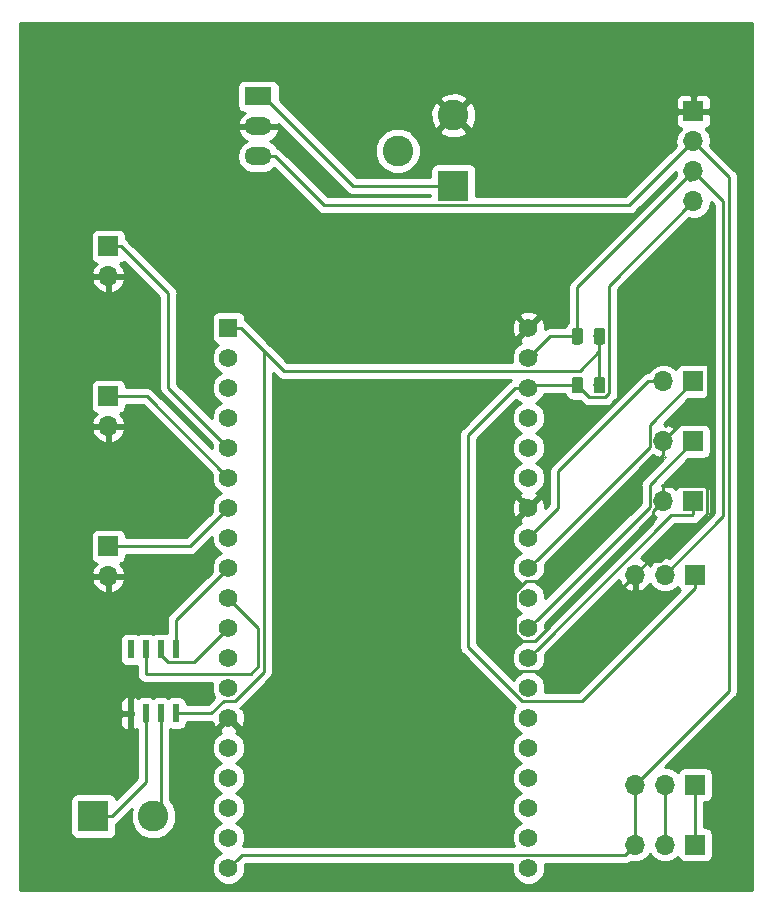
<source format=gbr>
G04 #@! TF.GenerationSoftware,KiCad,Pcbnew,5.0.1-33cea8e~68~ubuntu18.04.1*
G04 #@! TF.CreationDate,2018-11-19T17:19:21-08:00*
G04 #@! TF.ProjectId,Bioreactor,42696F72656163746F722E6B69636164,rev?*
G04 #@! TF.SameCoordinates,Original*
G04 #@! TF.FileFunction,Copper,L1,Top,Signal*
G04 #@! TF.FilePolarity,Positive*
%FSLAX46Y46*%
G04 Gerber Fmt 4.6, Leading zero omitted, Abs format (unit mm)*
G04 Created by KiCad (PCBNEW 5.0.1-33cea8e~68~ubuntu18.04.1) date Mon 19 Nov 2018 05:19:21 PM PST*
%MOMM*%
%LPD*%
G01*
G04 APERTURE LIST*
G04 #@! TA.AperFunction,ComponentPad*
%ADD10R,1.560000X1.560000*%
G04 #@! TD*
G04 #@! TA.AperFunction,ComponentPad*
%ADD11C,1.560000*%
G04 #@! TD*
G04 #@! TA.AperFunction,ComponentPad*
%ADD12R,2.600000X2.600000*%
G04 #@! TD*
G04 #@! TA.AperFunction,ComponentPad*
%ADD13C,2.600000*%
G04 #@! TD*
G04 #@! TA.AperFunction,ComponentPad*
%ADD14O,1.700000X1.700000*%
G04 #@! TD*
G04 #@! TA.AperFunction,ComponentPad*
%ADD15R,1.700000X1.700000*%
G04 #@! TD*
G04 #@! TA.AperFunction,Conductor*
%ADD16C,0.100000*%
G04 #@! TD*
G04 #@! TA.AperFunction,SMDPad,CuDef*
%ADD17C,0.975000*%
G04 #@! TD*
G04 #@! TA.AperFunction,ComponentPad*
%ADD18R,2.300000X1.500000*%
G04 #@! TD*
G04 #@! TA.AperFunction,ComponentPad*
%ADD19O,2.300000X1.500000*%
G04 #@! TD*
G04 #@! TA.AperFunction,SMDPad,CuDef*
%ADD20R,0.600000X1.550000*%
G04 #@! TD*
G04 #@! TA.AperFunction,ViaPad*
%ADD21C,0.800000*%
G04 #@! TD*
G04 #@! TA.AperFunction,Conductor*
%ADD22C,0.250000*%
G04 #@! TD*
G04 #@! TA.AperFunction,Conductor*
%ADD23C,0.254000*%
G04 #@! TD*
G04 APERTURE END LIST*
D10*
G04 #@! TO.P,U3,1*
G04 #@! TO.N,+3V3*
X191770000Y-92000000D03*
D11*
G04 #@! TO.P,U3,2*
G04 #@! TO.N,Net-(U3-Pad2)*
X191770000Y-94540000D03*
G04 #@! TO.P,U3,19*
G04 #@! TO.N,+5V*
X191770000Y-137720000D03*
G04 #@! TO.P,U3,3*
G04 #@! TO.N,Net-(U3-Pad3)*
X191770000Y-97080000D03*
G04 #@! TO.P,U3,4*
G04 #@! TO.N,Net-(U3-Pad4)*
X191770000Y-99620000D03*
G04 #@! TO.P,U3,5*
G04 #@! TO.N,AMPLITUDE*
X191770000Y-102160000D03*
G04 #@! TO.P,U3,6*
G04 #@! TO.N,PHASE*
X191770000Y-104700000D03*
G04 #@! TO.P,U3,7*
G04 #@! TO.N,TRIGGER*
X191770000Y-107240000D03*
G04 #@! TO.P,U3,8*
G04 #@! TO.N,Net-(U3-Pad8)*
X191770000Y-109780000D03*
G04 #@! TO.P,U3,9*
G04 #@! TO.N,SCK*
X191770000Y-112320000D03*
G04 #@! TO.P,U3,10*
G04 #@! TO.N,MISO*
X191770000Y-114860000D03*
G04 #@! TO.P,U3,11*
G04 #@! TO.N,CS*
X191770000Y-117400000D03*
G04 #@! TO.P,U3,12*
G04 #@! TO.N,Net-(U3-Pad12)*
X191770000Y-119940000D03*
G04 #@! TO.P,U3,13*
G04 #@! TO.N,Net-(U3-Pad13)*
X191770000Y-122480000D03*
G04 #@! TO.P,U3,14*
G04 #@! TO.N,GND*
X191770000Y-125020000D03*
G04 #@! TO.P,U3,15*
G04 #@! TO.N,Net-(U3-Pad15)*
X191770000Y-127560000D03*
G04 #@! TO.P,U3,16*
G04 #@! TO.N,Net-(U3-Pad16)*
X191770000Y-130100000D03*
G04 #@! TO.P,U3,17*
G04 #@! TO.N,Net-(U3-Pad17)*
X191770000Y-132640000D03*
G04 #@! TO.P,U3,18*
G04 #@! TO.N,Net-(U3-Pad18)*
X191770000Y-135180000D03*
G04 #@! TO.P,U3,20*
G04 #@! TO.N,GND*
X217170000Y-92000000D03*
G04 #@! TO.P,U3,21*
G04 #@! TO.N,SDA*
X217170000Y-94540000D03*
G04 #@! TO.P,U3,22*
G04 #@! TO.N,SCL*
X217170000Y-97080000D03*
G04 #@! TO.P,U3,23*
G04 #@! TO.N,Net-(U3-Pad23)*
X217170000Y-99620000D03*
G04 #@! TO.P,U3,24*
G04 #@! TO.N,Net-(U3-Pad24)*
X217170000Y-102160000D03*
G04 #@! TO.P,U3,25*
G04 #@! TO.N,Net-(U3-Pad25)*
X217170000Y-104700000D03*
G04 #@! TO.P,U3,26*
G04 #@! TO.N,GND*
X217170000Y-107240000D03*
G04 #@! TO.P,U3,27*
G04 #@! TO.N,DIR*
X217170000Y-109780000D03*
G04 #@! TO.P,U3,28*
G04 #@! TO.N,STEP*
X217170000Y-112320000D03*
G04 #@! TO.P,U3,29*
G04 #@! TO.N,Net-(U3-Pad29)*
X217170000Y-114860000D03*
G04 #@! TO.P,U3,30*
G04 #@! TO.N,TEMP*
X217170000Y-117400000D03*
G04 #@! TO.P,U3,31*
G04 #@! TO.N,CO2*
X217170000Y-119940000D03*
G04 #@! TO.P,U3,32*
G04 #@! TO.N,Net-(U3-Pad32)*
X217170000Y-122480000D03*
G04 #@! TO.P,U3,33*
G04 #@! TO.N,Net-(U3-Pad33)*
X217170000Y-125020000D03*
G04 #@! TO.P,U3,34*
G04 #@! TO.N,Net-(U3-Pad34)*
X217170000Y-127560000D03*
G04 #@! TO.P,U3,35*
G04 #@! TO.N,Net-(U3-Pad35)*
X217170000Y-130100000D03*
G04 #@! TO.P,U3,36*
G04 #@! TO.N,Net-(U3-Pad36)*
X217170000Y-132640000D03*
G04 #@! TO.P,U3,37*
G04 #@! TO.N,Net-(U3-Pad37)*
X217170000Y-135180000D03*
G04 #@! TO.P,U3,38*
G04 #@! TO.N,Net-(U3-Pad38)*
X217170000Y-137720000D03*
G04 #@! TD*
D12*
G04 #@! TO.P,J3,1*
G04 #@! TO.N,Net-(J3-Pad1)*
X180340000Y-133350000D03*
D13*
G04 #@! TO.P,J3,2*
G04 #@! TO.N,Net-(J3-Pad2)*
X185420000Y-133350000D03*
G04 #@! TD*
D14*
G04 #@! TO.P,J8,2*
G04 #@! TO.N,GND*
X181610000Y-113030000D03*
D15*
G04 #@! TO.P,J8,1*
G04 #@! TO.N,TRIGGER*
X181610000Y-110490000D03*
G04 #@! TD*
D14*
G04 #@! TO.P,J5,2*
G04 #@! TO.N,GND*
X181610000Y-87630000D03*
D15*
G04 #@! TO.P,J5,1*
G04 #@! TO.N,AMPLITUDE*
X181610000Y-85090000D03*
G04 #@! TD*
G04 #@! TO.P,J7,1*
G04 #@! TO.N,PHASE*
X181610000Y-97790000D03*
D14*
G04 #@! TO.P,J7,2*
G04 #@! TO.N,GND*
X181610000Y-100330000D03*
G04 #@! TD*
D15*
G04 #@! TO.P,J1,1*
G04 #@! TO.N,Net-(J1-Pad1)*
X231282000Y-130673000D03*
D14*
G04 #@! TO.P,J1,2*
G04 #@! TO.N,Net-(J1-Pad2)*
X228742000Y-130673000D03*
G04 #@! TO.P,J1,3*
G04 #@! TO.N,+5V*
X226202000Y-130673000D03*
G04 #@! TD*
G04 #@! TO.P,J2,3*
G04 #@! TO.N,GND*
X226202000Y-112893000D03*
G04 #@! TO.P,J2,2*
G04 #@! TO.N,SDA*
X228742000Y-112893000D03*
D15*
G04 #@! TO.P,J2,1*
G04 #@! TO.N,SCL*
X231282000Y-112893000D03*
G04 #@! TD*
D12*
G04 #@! TO.P,J4,1*
G04 #@! TO.N,Net-(J4-Pad1)*
X210820000Y-80010000D03*
D13*
G04 #@! TO.P,J4,2*
G04 #@! TO.N,GND*
X210820000Y-74010000D03*
G04 #@! TO.P,J4,3*
G04 #@! TO.N,N/C*
X206120000Y-77010000D03*
G04 #@! TD*
D15*
G04 #@! TO.P,J6,1*
G04 #@! TO.N,GND*
X231140000Y-73660000D03*
D14*
G04 #@! TO.P,J6,2*
G04 #@! TO.N,+5V*
X231140000Y-76200000D03*
G04 #@! TO.P,J6,3*
G04 #@! TO.N,SDA*
X231140000Y-78740000D03*
G04 #@! TO.P,J6,4*
G04 #@! TO.N,SCL*
X231140000Y-81280000D03*
G04 #@! TD*
D15*
G04 #@! TO.P,J10,1*
G04 #@! TO.N,STEP*
X231140000Y-96520000D03*
D14*
G04 #@! TO.P,J10,2*
G04 #@! TO.N,DIR*
X228600000Y-96520000D03*
G04 #@! TD*
G04 #@! TO.P,J11,2*
G04 #@! TO.N,GND*
X228600000Y-101600000D03*
D15*
G04 #@! TO.P,J11,1*
G04 #@! TO.N,TEMP*
X231140000Y-101600000D03*
G04 #@! TD*
G04 #@! TO.P,J12,1*
G04 #@! TO.N,CO2*
X231140000Y-106680000D03*
D14*
G04 #@! TO.P,J12,2*
G04 #@! TO.N,GND*
X228600000Y-106680000D03*
G04 #@! TD*
D16*
G04 #@! TO.N,+3V3*
G04 #@! TO.C,R1*
G36*
X223455142Y-92011174D02*
X223478803Y-92014684D01*
X223502007Y-92020496D01*
X223524529Y-92028554D01*
X223546153Y-92038782D01*
X223566670Y-92051079D01*
X223585883Y-92065329D01*
X223603607Y-92081393D01*
X223619671Y-92099117D01*
X223633921Y-92118330D01*
X223646218Y-92138847D01*
X223656446Y-92160471D01*
X223664504Y-92182993D01*
X223670316Y-92206197D01*
X223673826Y-92229858D01*
X223675000Y-92253750D01*
X223675000Y-93166250D01*
X223673826Y-93190142D01*
X223670316Y-93213803D01*
X223664504Y-93237007D01*
X223656446Y-93259529D01*
X223646218Y-93281153D01*
X223633921Y-93301670D01*
X223619671Y-93320883D01*
X223603607Y-93338607D01*
X223585883Y-93354671D01*
X223566670Y-93368921D01*
X223546153Y-93381218D01*
X223524529Y-93391446D01*
X223502007Y-93399504D01*
X223478803Y-93405316D01*
X223455142Y-93408826D01*
X223431250Y-93410000D01*
X222943750Y-93410000D01*
X222919858Y-93408826D01*
X222896197Y-93405316D01*
X222872993Y-93399504D01*
X222850471Y-93391446D01*
X222828847Y-93381218D01*
X222808330Y-93368921D01*
X222789117Y-93354671D01*
X222771393Y-93338607D01*
X222755329Y-93320883D01*
X222741079Y-93301670D01*
X222728782Y-93281153D01*
X222718554Y-93259529D01*
X222710496Y-93237007D01*
X222704684Y-93213803D01*
X222701174Y-93190142D01*
X222700000Y-93166250D01*
X222700000Y-92253750D01*
X222701174Y-92229858D01*
X222704684Y-92206197D01*
X222710496Y-92182993D01*
X222718554Y-92160471D01*
X222728782Y-92138847D01*
X222741079Y-92118330D01*
X222755329Y-92099117D01*
X222771393Y-92081393D01*
X222789117Y-92065329D01*
X222808330Y-92051079D01*
X222828847Y-92038782D01*
X222850471Y-92028554D01*
X222872993Y-92020496D01*
X222896197Y-92014684D01*
X222919858Y-92011174D01*
X222943750Y-92010000D01*
X223431250Y-92010000D01*
X223455142Y-92011174D01*
X223455142Y-92011174D01*
G37*
D17*
G04 #@! TD*
G04 #@! TO.P,R1,1*
G04 #@! TO.N,+3V3*
X223187500Y-92710000D03*
D16*
G04 #@! TO.N,SDA*
G04 #@! TO.C,R1*
G36*
X221580142Y-92011174D02*
X221603803Y-92014684D01*
X221627007Y-92020496D01*
X221649529Y-92028554D01*
X221671153Y-92038782D01*
X221691670Y-92051079D01*
X221710883Y-92065329D01*
X221728607Y-92081393D01*
X221744671Y-92099117D01*
X221758921Y-92118330D01*
X221771218Y-92138847D01*
X221781446Y-92160471D01*
X221789504Y-92182993D01*
X221795316Y-92206197D01*
X221798826Y-92229858D01*
X221800000Y-92253750D01*
X221800000Y-93166250D01*
X221798826Y-93190142D01*
X221795316Y-93213803D01*
X221789504Y-93237007D01*
X221781446Y-93259529D01*
X221771218Y-93281153D01*
X221758921Y-93301670D01*
X221744671Y-93320883D01*
X221728607Y-93338607D01*
X221710883Y-93354671D01*
X221691670Y-93368921D01*
X221671153Y-93381218D01*
X221649529Y-93391446D01*
X221627007Y-93399504D01*
X221603803Y-93405316D01*
X221580142Y-93408826D01*
X221556250Y-93410000D01*
X221068750Y-93410000D01*
X221044858Y-93408826D01*
X221021197Y-93405316D01*
X220997993Y-93399504D01*
X220975471Y-93391446D01*
X220953847Y-93381218D01*
X220933330Y-93368921D01*
X220914117Y-93354671D01*
X220896393Y-93338607D01*
X220880329Y-93320883D01*
X220866079Y-93301670D01*
X220853782Y-93281153D01*
X220843554Y-93259529D01*
X220835496Y-93237007D01*
X220829684Y-93213803D01*
X220826174Y-93190142D01*
X220825000Y-93166250D01*
X220825000Y-92253750D01*
X220826174Y-92229858D01*
X220829684Y-92206197D01*
X220835496Y-92182993D01*
X220843554Y-92160471D01*
X220853782Y-92138847D01*
X220866079Y-92118330D01*
X220880329Y-92099117D01*
X220896393Y-92081393D01*
X220914117Y-92065329D01*
X220933330Y-92051079D01*
X220953847Y-92038782D01*
X220975471Y-92028554D01*
X220997993Y-92020496D01*
X221021197Y-92014684D01*
X221044858Y-92011174D01*
X221068750Y-92010000D01*
X221556250Y-92010000D01*
X221580142Y-92011174D01*
X221580142Y-92011174D01*
G37*
D17*
G04 #@! TD*
G04 #@! TO.P,R1,2*
G04 #@! TO.N,SDA*
X221312500Y-92710000D03*
D16*
G04 #@! TO.N,SCL*
G04 #@! TO.C,R2*
G36*
X221580142Y-96153674D02*
X221603803Y-96157184D01*
X221627007Y-96162996D01*
X221649529Y-96171054D01*
X221671153Y-96181282D01*
X221691670Y-96193579D01*
X221710883Y-96207829D01*
X221728607Y-96223893D01*
X221744671Y-96241617D01*
X221758921Y-96260830D01*
X221771218Y-96281347D01*
X221781446Y-96302971D01*
X221789504Y-96325493D01*
X221795316Y-96348697D01*
X221798826Y-96372358D01*
X221800000Y-96396250D01*
X221800000Y-97308750D01*
X221798826Y-97332642D01*
X221795316Y-97356303D01*
X221789504Y-97379507D01*
X221781446Y-97402029D01*
X221771218Y-97423653D01*
X221758921Y-97444170D01*
X221744671Y-97463383D01*
X221728607Y-97481107D01*
X221710883Y-97497171D01*
X221691670Y-97511421D01*
X221671153Y-97523718D01*
X221649529Y-97533946D01*
X221627007Y-97542004D01*
X221603803Y-97547816D01*
X221580142Y-97551326D01*
X221556250Y-97552500D01*
X221068750Y-97552500D01*
X221044858Y-97551326D01*
X221021197Y-97547816D01*
X220997993Y-97542004D01*
X220975471Y-97533946D01*
X220953847Y-97523718D01*
X220933330Y-97511421D01*
X220914117Y-97497171D01*
X220896393Y-97481107D01*
X220880329Y-97463383D01*
X220866079Y-97444170D01*
X220853782Y-97423653D01*
X220843554Y-97402029D01*
X220835496Y-97379507D01*
X220829684Y-97356303D01*
X220826174Y-97332642D01*
X220825000Y-97308750D01*
X220825000Y-96396250D01*
X220826174Y-96372358D01*
X220829684Y-96348697D01*
X220835496Y-96325493D01*
X220843554Y-96302971D01*
X220853782Y-96281347D01*
X220866079Y-96260830D01*
X220880329Y-96241617D01*
X220896393Y-96223893D01*
X220914117Y-96207829D01*
X220933330Y-96193579D01*
X220953847Y-96181282D01*
X220975471Y-96171054D01*
X220997993Y-96162996D01*
X221021197Y-96157184D01*
X221044858Y-96153674D01*
X221068750Y-96152500D01*
X221556250Y-96152500D01*
X221580142Y-96153674D01*
X221580142Y-96153674D01*
G37*
D17*
G04 #@! TD*
G04 #@! TO.P,R2,2*
G04 #@! TO.N,SCL*
X221312500Y-96852500D03*
D16*
G04 #@! TO.N,+3V3*
G04 #@! TO.C,R2*
G36*
X223455142Y-96153674D02*
X223478803Y-96157184D01*
X223502007Y-96162996D01*
X223524529Y-96171054D01*
X223546153Y-96181282D01*
X223566670Y-96193579D01*
X223585883Y-96207829D01*
X223603607Y-96223893D01*
X223619671Y-96241617D01*
X223633921Y-96260830D01*
X223646218Y-96281347D01*
X223656446Y-96302971D01*
X223664504Y-96325493D01*
X223670316Y-96348697D01*
X223673826Y-96372358D01*
X223675000Y-96396250D01*
X223675000Y-97308750D01*
X223673826Y-97332642D01*
X223670316Y-97356303D01*
X223664504Y-97379507D01*
X223656446Y-97402029D01*
X223646218Y-97423653D01*
X223633921Y-97444170D01*
X223619671Y-97463383D01*
X223603607Y-97481107D01*
X223585883Y-97497171D01*
X223566670Y-97511421D01*
X223546153Y-97523718D01*
X223524529Y-97533946D01*
X223502007Y-97542004D01*
X223478803Y-97547816D01*
X223455142Y-97551326D01*
X223431250Y-97552500D01*
X222943750Y-97552500D01*
X222919858Y-97551326D01*
X222896197Y-97547816D01*
X222872993Y-97542004D01*
X222850471Y-97533946D01*
X222828847Y-97523718D01*
X222808330Y-97511421D01*
X222789117Y-97497171D01*
X222771393Y-97481107D01*
X222755329Y-97463383D01*
X222741079Y-97444170D01*
X222728782Y-97423653D01*
X222718554Y-97402029D01*
X222710496Y-97379507D01*
X222704684Y-97356303D01*
X222701174Y-97332642D01*
X222700000Y-97308750D01*
X222700000Y-96396250D01*
X222701174Y-96372358D01*
X222704684Y-96348697D01*
X222710496Y-96325493D01*
X222718554Y-96302971D01*
X222728782Y-96281347D01*
X222741079Y-96260830D01*
X222755329Y-96241617D01*
X222771393Y-96223893D01*
X222789117Y-96207829D01*
X222808330Y-96193579D01*
X222828847Y-96181282D01*
X222850471Y-96171054D01*
X222872993Y-96162996D01*
X222896197Y-96157184D01*
X222919858Y-96153674D01*
X222943750Y-96152500D01*
X223431250Y-96152500D01*
X223455142Y-96153674D01*
X223455142Y-96153674D01*
G37*
D17*
G04 #@! TD*
G04 #@! TO.P,R2,1*
G04 #@! TO.N,+3V3*
X223187500Y-96852500D03*
D18*
G04 #@! TO.P,U1,1*
G04 #@! TO.N,Net-(J4-Pad1)*
X194310000Y-72390000D03*
D19*
G04 #@! TO.P,U1,2*
G04 #@! TO.N,GND*
X194310000Y-74930000D03*
G04 #@! TO.P,U1,3*
G04 #@! TO.N,+5V*
X194310000Y-77470000D03*
G04 #@! TD*
D20*
G04 #@! TO.P,U2,1*
G04 #@! TO.N,GND*
X183515000Y-124620000D03*
G04 #@! TO.P,U2,2*
G04 #@! TO.N,Net-(J3-Pad1)*
X184785000Y-124620000D03*
G04 #@! TO.P,U2,3*
G04 #@! TO.N,Net-(J3-Pad2)*
X186055000Y-124620000D03*
G04 #@! TO.P,U2,4*
G04 #@! TO.N,+3V3*
X187325000Y-124620000D03*
G04 #@! TO.P,U2,5*
G04 #@! TO.N,SCK*
X187325000Y-119220000D03*
G04 #@! TO.P,U2,6*
G04 #@! TO.N,CS*
X186055000Y-119220000D03*
G04 #@! TO.P,U2,7*
G04 #@! TO.N,MISO*
X184785000Y-119220000D03*
G04 #@! TO.P,U2,8*
G04 #@! TO.N,N/C*
X183515000Y-119220000D03*
G04 #@! TD*
D15*
G04 #@! TO.P,J9,1*
G04 #@! TO.N,Net-(J1-Pad1)*
X231282000Y-135753000D03*
D14*
G04 #@! TO.P,J9,2*
G04 #@! TO.N,Net-(J1-Pad2)*
X228742000Y-135753000D03*
G04 #@! TO.P,J9,3*
G04 #@! TO.N,+5V*
X226202000Y-135753000D03*
G04 #@! TD*
D21*
G04 #@! TO.N,GND*
X232410000Y-90170000D03*
G04 #@! TD*
D22*
G04 #@! TO.N,Net-(J1-Pad1)*
X231282000Y-130673000D02*
X231282000Y-135753000D01*
G04 #@! TO.N,Net-(J1-Pad2)*
X228742000Y-130673000D02*
X228742000Y-135753000D01*
G04 #@! TO.N,+5V*
X226202000Y-130673000D02*
X226202000Y-135753000D01*
X192549999Y-136940001D02*
X191770000Y-137720000D01*
X225352001Y-136602999D02*
X192887001Y-136602999D01*
X192887001Y-136602999D02*
X192549999Y-136940001D01*
X226202000Y-135753000D02*
X225352001Y-136602999D01*
X195710000Y-77470000D02*
X194310000Y-77470000D01*
X199875001Y-81635001D02*
X195710000Y-77470000D01*
X225704999Y-81635001D02*
X199875001Y-81635001D01*
X231140000Y-76200000D02*
X225704999Y-81635001D01*
X234130009Y-79190009D02*
X231989999Y-77049999D01*
X231989999Y-77049999D02*
X231140000Y-76200000D01*
X234130009Y-122744991D02*
X234130009Y-79190009D01*
X226202000Y-130673000D02*
X234130009Y-122744991D01*
G04 #@! TO.N,GND*
X217170000Y-107240000D02*
X216810400Y-106528300D01*
X216810400Y-106528300D02*
X216497500Y-106971500D01*
G04 #@! TO.N,SDA*
X217727200Y-94170900D02*
X217812500Y-94256200D01*
X217812500Y-94256200D02*
X217170000Y-94540000D01*
X231140000Y-78740000D02*
X230716600Y-79341900D01*
X230716600Y-79341900D02*
X230839700Y-79465000D01*
X230839700Y-79465000D02*
X230912100Y-79465000D01*
X219000000Y-92710000D02*
X217170000Y-94540000D01*
X221312500Y-92710000D02*
X219000000Y-92710000D01*
X221312500Y-88567500D02*
X221312500Y-92710000D01*
X231140000Y-78740000D02*
X221312500Y-88567500D01*
X231989999Y-79589999D02*
X231140000Y-78740000D01*
X233680000Y-81280000D02*
X231989999Y-79589999D01*
X233680000Y-107955000D02*
X233680000Y-81280000D01*
X228742000Y-112893000D02*
X233680000Y-107955000D01*
G04 #@! TO.N,SCL*
X217397500Y-96852500D02*
X217170000Y-97080000D01*
X221312500Y-96852500D02*
X217397500Y-96852500D01*
X221868737Y-97408737D02*
X221312500Y-96852500D01*
X222337510Y-97877510D02*
X221868737Y-97408737D01*
X223666840Y-97877510D02*
X222337510Y-97877510D01*
X224000010Y-97544340D02*
X223666840Y-97877510D01*
X224000010Y-88419990D02*
X224000010Y-97544340D01*
X231140000Y-81280000D02*
X224000010Y-88419990D01*
G04 #@! TO.N,Net-(J3-Pad1)*
X184785000Y-124620000D02*
X184610000Y-124978800D01*
X184610000Y-124978800D02*
X184610000Y-125270000D01*
X184610000Y-125270000D02*
X184786800Y-125270000D01*
X184785000Y-130455000D02*
X181890000Y-133350000D01*
X181890000Y-133350000D02*
X180340000Y-133350000D01*
X184785000Y-124620000D02*
X184785000Y-130455000D01*
G04 #@! TO.N,Net-(J3-Pad2)*
X186055000Y-132715000D02*
X185420000Y-133350000D01*
X186055000Y-124620000D02*
X186055000Y-132715000D01*
G04 #@! TO.N,Net-(J4-Pad1)*
X209270000Y-80010000D02*
X210820000Y-80010000D01*
X202330000Y-80010000D02*
X209270000Y-80010000D01*
X194710000Y-72390000D02*
X202330000Y-80010000D01*
X194310000Y-72390000D02*
X194710000Y-72390000D01*
G04 #@! TO.N,GND*
X228600000Y-101600000D02*
X232410000Y-97790000D01*
X232410000Y-97790000D02*
X232410000Y-93980000D01*
X232410000Y-93980000D02*
X232410000Y-90170000D01*
X232410000Y-90170000D02*
X232410000Y-90170000D01*
X228600000Y-105410000D02*
X228600000Y-106680000D01*
X227330000Y-111765000D02*
X228340002Y-111765000D01*
X226202000Y-112893000D02*
X227330000Y-111765000D01*
X232315001Y-107790001D02*
X232315001Y-105569999D01*
X228340002Y-111765000D02*
X232315001Y-107790001D01*
X232315001Y-105569999D02*
X232155002Y-105410000D01*
X232155002Y-105410000D02*
X228600000Y-105410000D01*
X218049999Y-121045001D02*
X216295001Y-121045001D01*
X226202000Y-112893000D02*
X218049999Y-121045001D01*
X216295001Y-121045001D02*
X213360000Y-118110000D01*
X213360000Y-118110000D02*
X213360000Y-111050000D01*
X213360000Y-111050000D02*
X217170000Y-107240000D01*
X228600000Y-102802081D02*
X228600000Y-101600000D01*
X216064999Y-114329599D02*
X216969597Y-113425001D01*
X217977080Y-113425001D02*
X228600000Y-102802081D01*
X216969597Y-113425001D02*
X217977080Y-113425001D01*
X216064999Y-117930401D02*
X216064999Y-114329599D01*
X216639599Y-118505001D02*
X216064999Y-117930401D01*
X217700401Y-118505001D02*
X216639599Y-118505001D01*
X227750001Y-108455401D02*
X217700401Y-118505001D01*
X227750001Y-107529999D02*
X227750001Y-108455401D01*
X228600000Y-106680000D02*
X227750001Y-107529999D01*
G04 #@! TO.N,SCL*
X216066914Y-97080000D02*
X212090000Y-101056914D01*
X217170000Y-97080000D02*
X216066914Y-97080000D01*
X221689999Y-123585001D02*
X231282000Y-113993000D01*
X216639599Y-123585001D02*
X221689999Y-123585001D01*
X231282000Y-113993000D02*
X231282000Y-112893000D01*
X212090000Y-119035402D02*
X216639599Y-123585001D01*
X212090000Y-101056914D02*
X212090000Y-119035402D01*
G04 #@! TO.N,AMPLITUDE*
X182710000Y-85090000D02*
X186690000Y-89070000D01*
X181610000Y-85090000D02*
X182710000Y-85090000D01*
X186690000Y-97080000D02*
X191770000Y-102160000D01*
X186690000Y-89070000D02*
X186690000Y-97080000D01*
G04 #@! TO.N,PHASE*
X184860000Y-97790000D02*
X191770000Y-104700000D01*
X181610000Y-97790000D02*
X184860000Y-97790000D01*
G04 #@! TO.N,TRIGGER*
X188520000Y-110490000D02*
X191770000Y-107240000D01*
X181610000Y-110490000D02*
X188520000Y-110490000D01*
G04 #@! TO.N,STEP*
X217949999Y-111540001D02*
X217170000Y-112320000D01*
X227424999Y-102065001D02*
X217949999Y-111540001D01*
X227424999Y-100235001D02*
X227424999Y-102065001D01*
X231140000Y-96520000D02*
X227424999Y-100235001D01*
G04 #@! TO.N,DIR*
X228600000Y-96520000D02*
X227330000Y-96520000D01*
X227330000Y-96520000D02*
X219710000Y-104140000D01*
X219710000Y-107240000D02*
X217170000Y-109780000D01*
X219710000Y-104140000D02*
X219710000Y-107240000D01*
G04 #@! TO.N,TEMP*
X227424999Y-107145001D02*
X217949999Y-116620001D01*
X227424999Y-105315001D02*
X227424999Y-107145001D01*
X217949999Y-116620001D02*
X217170000Y-117400000D01*
X231140000Y-101600000D02*
X227424999Y-105315001D01*
G04 #@! TO.N,CO2*
X217949999Y-119160001D02*
X217170000Y-119940000D01*
X229254999Y-107855001D02*
X217949999Y-119160001D01*
X231064999Y-107855001D02*
X229254999Y-107855001D01*
X231140000Y-107780000D02*
X231064999Y-107855001D01*
X231140000Y-106680000D02*
X231140000Y-107780000D01*
G04 #@! TO.N,+3V3*
X192800000Y-92000000D02*
X191770000Y-92000000D01*
X194760009Y-93960009D02*
X192800000Y-92000000D01*
X194760009Y-121125393D02*
X194760009Y-93960009D01*
X192300401Y-123585001D02*
X194760009Y-121125393D01*
X191374999Y-123585001D02*
X192300401Y-123585001D01*
X190340000Y-124620000D02*
X191374999Y-123585001D01*
X187325000Y-124620000D02*
X190340000Y-124620000D01*
X221522499Y-95645001D02*
X223187500Y-93980000D01*
X196445001Y-95645001D02*
X221522499Y-95645001D01*
X194760009Y-93960009D02*
X196445001Y-95645001D01*
X223187500Y-92710000D02*
X223187500Y-93980000D01*
X223187500Y-93980000D02*
X223187500Y-96852500D01*
G04 #@! TO.N,SCK*
X187325000Y-116765000D02*
X191770000Y-112320000D01*
X187325000Y-119220000D02*
X187325000Y-116765000D01*
G04 #@! TO.N,CS*
X190990001Y-118179999D02*
X191770000Y-117400000D01*
X186680001Y-120320001D02*
X188849999Y-120320001D01*
X186055000Y-119695000D02*
X186680001Y-120320001D01*
X188849999Y-120320001D02*
X190990001Y-118179999D01*
X186055000Y-119220000D02*
X186055000Y-119695000D01*
G04 #@! TO.N,MISO*
X184785000Y-119220000D02*
X184785000Y-121285000D01*
X184785000Y-121285000D02*
X193675000Y-121285000D01*
X193675000Y-121285000D02*
X194310000Y-120650000D01*
X194310000Y-117400000D02*
X191770000Y-114860000D01*
X194310000Y-120650000D02*
X194310000Y-117400000D01*
G04 #@! TD*
D23*
G04 #@! TO.N,GND*
G36*
X236093000Y-139573000D02*
X174117000Y-139573000D01*
X174117000Y-132050000D01*
X178392560Y-132050000D01*
X178392560Y-134650000D01*
X178441843Y-134897765D01*
X178582191Y-135107809D01*
X178792235Y-135248157D01*
X179040000Y-135297440D01*
X181640000Y-135297440D01*
X181887765Y-135248157D01*
X182097809Y-135107809D01*
X182238157Y-134897765D01*
X182287440Y-134650000D01*
X182287440Y-133998483D01*
X182437929Y-133897929D01*
X182480331Y-133834470D01*
X183580674Y-132734128D01*
X183485000Y-132965105D01*
X183485000Y-133734895D01*
X183779586Y-134446090D01*
X184323910Y-134990414D01*
X185035105Y-135285000D01*
X185804895Y-135285000D01*
X186516090Y-134990414D01*
X187060414Y-134446090D01*
X187355000Y-133734895D01*
X187355000Y-132965105D01*
X187060414Y-132253910D01*
X186815000Y-132008496D01*
X186815000Y-126000669D01*
X187025000Y-126042440D01*
X187625000Y-126042440D01*
X187872765Y-125993157D01*
X188082809Y-125852809D01*
X188223157Y-125642765D01*
X188272440Y-125395000D01*
X188272440Y-125380000D01*
X190265153Y-125380000D01*
X190340000Y-125394888D01*
X190377552Y-125387419D01*
X190532697Y-125761972D01*
X190776745Y-125833650D01*
X191590395Y-125020000D01*
X191576253Y-125005858D01*
X191755858Y-124826253D01*
X191770000Y-124840395D01*
X191784143Y-124826253D01*
X191963748Y-125005858D01*
X191949605Y-125020000D01*
X192763255Y-125833650D01*
X193007303Y-125761972D01*
X193197060Y-125231997D01*
X193169559Y-124669748D01*
X193007303Y-124278028D01*
X192763257Y-124206350D01*
X192813212Y-124156395D01*
X192848330Y-124132930D01*
X192871795Y-124097812D01*
X192878202Y-124091405D01*
X192876928Y-124090131D01*
X192890732Y-124069471D01*
X195244482Y-121715722D01*
X195307938Y-121673322D01*
X195475913Y-121421930D01*
X195520009Y-121200245D01*
X195520009Y-121200240D01*
X195534897Y-121125393D01*
X195520009Y-121050546D01*
X195520009Y-95794811D01*
X195854672Y-96129474D01*
X195897072Y-96192930D01*
X196148464Y-96360905D01*
X196370149Y-96405001D01*
X196370153Y-96405001D01*
X196445001Y-96419889D01*
X196519849Y-96405001D01*
X215709158Y-96405001D01*
X215593636Y-96482191D01*
X215518985Y-96532071D01*
X215476585Y-96595527D01*
X211605530Y-100466583D01*
X211542071Y-100508985D01*
X211374096Y-100760378D01*
X211330000Y-100982063D01*
X211330000Y-100982067D01*
X211315112Y-101056914D01*
X211330000Y-101131761D01*
X211330001Y-118960550D01*
X211315112Y-119035402D01*
X211374097Y-119331939D01*
X211497442Y-119516537D01*
X211542072Y-119583331D01*
X211605528Y-119625731D01*
X216049270Y-124069474D01*
X216077366Y-124111522D01*
X215970421Y-124218467D01*
X215755000Y-124738539D01*
X215755000Y-125301461D01*
X215970421Y-125821533D01*
X216368467Y-126219579D01*
X216538478Y-126290000D01*
X216368467Y-126360421D01*
X215970421Y-126758467D01*
X215755000Y-127278539D01*
X215755000Y-127841461D01*
X215970421Y-128361533D01*
X216368467Y-128759579D01*
X216538478Y-128830000D01*
X216368467Y-128900421D01*
X215970421Y-129298467D01*
X215755000Y-129818539D01*
X215755000Y-130381461D01*
X215970421Y-130901533D01*
X216368467Y-131299579D01*
X216538478Y-131370000D01*
X216368467Y-131440421D01*
X215970421Y-131838467D01*
X215755000Y-132358539D01*
X215755000Y-132921461D01*
X215970421Y-133441533D01*
X216368467Y-133839579D01*
X216538478Y-133910000D01*
X216368467Y-133980421D01*
X215970421Y-134378467D01*
X215755000Y-134898539D01*
X215755000Y-135461461D01*
X215913038Y-135842999D01*
X193026962Y-135842999D01*
X193185000Y-135461461D01*
X193185000Y-134898539D01*
X192969579Y-134378467D01*
X192571533Y-133980421D01*
X192401522Y-133910000D01*
X192571533Y-133839579D01*
X192969579Y-133441533D01*
X193185000Y-132921461D01*
X193185000Y-132358539D01*
X192969579Y-131838467D01*
X192571533Y-131440421D01*
X192401522Y-131370000D01*
X192571533Y-131299579D01*
X192969579Y-130901533D01*
X193185000Y-130381461D01*
X193185000Y-129818539D01*
X192969579Y-129298467D01*
X192571533Y-128900421D01*
X192401522Y-128830000D01*
X192571533Y-128759579D01*
X192969579Y-128361533D01*
X193185000Y-127841461D01*
X193185000Y-127278539D01*
X192969579Y-126758467D01*
X192571533Y-126360421D01*
X192417278Y-126296527D01*
X192511972Y-126257303D01*
X192583650Y-126013255D01*
X191770000Y-125199605D01*
X190956350Y-126013255D01*
X191028028Y-126257303D01*
X191129609Y-126293674D01*
X190968467Y-126360421D01*
X190570421Y-126758467D01*
X190355000Y-127278539D01*
X190355000Y-127841461D01*
X190570421Y-128361533D01*
X190968467Y-128759579D01*
X191138478Y-128830000D01*
X190968467Y-128900421D01*
X190570421Y-129298467D01*
X190355000Y-129818539D01*
X190355000Y-130381461D01*
X190570421Y-130901533D01*
X190968467Y-131299579D01*
X191138478Y-131370000D01*
X190968467Y-131440421D01*
X190570421Y-131838467D01*
X190355000Y-132358539D01*
X190355000Y-132921461D01*
X190570421Y-133441533D01*
X190968467Y-133839579D01*
X191138478Y-133910000D01*
X190968467Y-133980421D01*
X190570421Y-134378467D01*
X190355000Y-134898539D01*
X190355000Y-135461461D01*
X190570421Y-135981533D01*
X190968467Y-136379579D01*
X191138478Y-136450000D01*
X190968467Y-136520421D01*
X190570421Y-136918467D01*
X190355000Y-137438539D01*
X190355000Y-138001461D01*
X190570421Y-138521533D01*
X190968467Y-138919579D01*
X191488539Y-139135000D01*
X192051461Y-139135000D01*
X192571533Y-138919579D01*
X192969579Y-138521533D01*
X193185000Y-138001461D01*
X193185000Y-137438539D01*
X193167796Y-137397005D01*
X193201802Y-137362999D01*
X215786290Y-137362999D01*
X215755000Y-137438539D01*
X215755000Y-138001461D01*
X215970421Y-138521533D01*
X216368467Y-138919579D01*
X216888539Y-139135000D01*
X217451461Y-139135000D01*
X217971533Y-138919579D01*
X218369579Y-138521533D01*
X218585000Y-138001461D01*
X218585000Y-137438539D01*
X218553710Y-137362999D01*
X225277154Y-137362999D01*
X225352001Y-137377887D01*
X225426848Y-137362999D01*
X225426853Y-137362999D01*
X225648538Y-137318903D01*
X225835255Y-137194142D01*
X226055744Y-137238000D01*
X226348256Y-137238000D01*
X226781418Y-137151839D01*
X227272625Y-136823625D01*
X227472000Y-136525239D01*
X227671375Y-136823625D01*
X228162582Y-137151839D01*
X228595744Y-137238000D01*
X228888256Y-137238000D01*
X229321418Y-137151839D01*
X229812625Y-136823625D01*
X229824816Y-136805381D01*
X229833843Y-136850765D01*
X229974191Y-137060809D01*
X230184235Y-137201157D01*
X230432000Y-137250440D01*
X232132000Y-137250440D01*
X232379765Y-137201157D01*
X232589809Y-137060809D01*
X232730157Y-136850765D01*
X232779440Y-136603000D01*
X232779440Y-134903000D01*
X232730157Y-134655235D01*
X232589809Y-134445191D01*
X232379765Y-134304843D01*
X232132000Y-134255560D01*
X232042000Y-134255560D01*
X232042000Y-132170440D01*
X232132000Y-132170440D01*
X232379765Y-132121157D01*
X232589809Y-131980809D01*
X232730157Y-131770765D01*
X232779440Y-131523000D01*
X232779440Y-129823000D01*
X232730157Y-129575235D01*
X232589809Y-129365191D01*
X232379765Y-129224843D01*
X232132000Y-129175560D01*
X230432000Y-129175560D01*
X230184235Y-129224843D01*
X229974191Y-129365191D01*
X229833843Y-129575235D01*
X229824816Y-129620619D01*
X229812625Y-129602375D01*
X229321418Y-129274161D01*
X228888256Y-129188000D01*
X228761801Y-129188000D01*
X234614482Y-123335320D01*
X234677938Y-123292920D01*
X234720933Y-123228573D01*
X234845913Y-123041529D01*
X234855489Y-122993386D01*
X234890009Y-122819843D01*
X234890009Y-122819839D01*
X234904897Y-122744991D01*
X234890009Y-122670143D01*
X234890009Y-79264855D01*
X234904897Y-79190008D01*
X234890009Y-79115161D01*
X234890009Y-79115157D01*
X234845913Y-78893472D01*
X234677938Y-78642080D01*
X234614482Y-78599680D01*
X232581209Y-76566408D01*
X232654092Y-76200000D01*
X232538839Y-75620582D01*
X232210625Y-75129375D01*
X232188967Y-75114904D01*
X232349698Y-75048327D01*
X232528327Y-74869699D01*
X232625000Y-74636310D01*
X232625000Y-73945750D01*
X232466250Y-73787000D01*
X231267000Y-73787000D01*
X231267000Y-73807000D01*
X231013000Y-73807000D01*
X231013000Y-73787000D01*
X229813750Y-73787000D01*
X229655000Y-73945750D01*
X229655000Y-74636310D01*
X229751673Y-74869699D01*
X229930302Y-75048327D01*
X230091033Y-75114904D01*
X230069375Y-75129375D01*
X229741161Y-75620582D01*
X229625908Y-76200000D01*
X229698791Y-76566407D01*
X225390198Y-80875001D01*
X212767440Y-80875001D01*
X212767440Y-78710000D01*
X212718157Y-78462235D01*
X212577809Y-78252191D01*
X212367765Y-78111843D01*
X212120000Y-78062560D01*
X209520000Y-78062560D01*
X209272235Y-78111843D01*
X209062191Y-78252191D01*
X208921843Y-78462235D01*
X208872560Y-78710000D01*
X208872560Y-79250000D01*
X202644803Y-79250000D01*
X200019908Y-76625105D01*
X204185000Y-76625105D01*
X204185000Y-77394895D01*
X204479586Y-78106090D01*
X205023910Y-78650414D01*
X205735105Y-78945000D01*
X206504895Y-78945000D01*
X207216090Y-78650414D01*
X207760414Y-78106090D01*
X208055000Y-77394895D01*
X208055000Y-76625105D01*
X207760414Y-75913910D01*
X207225963Y-75379459D01*
X209630146Y-75379459D01*
X209765504Y-75677455D01*
X210483880Y-75954066D01*
X211253427Y-75934710D01*
X211874496Y-75677455D01*
X212009854Y-75379459D01*
X210820000Y-74189605D01*
X209630146Y-75379459D01*
X207225963Y-75379459D01*
X207216090Y-75369586D01*
X206504895Y-75075000D01*
X205735105Y-75075000D01*
X205023910Y-75369586D01*
X204479586Y-75913910D01*
X204185000Y-76625105D01*
X200019908Y-76625105D01*
X197068682Y-73673880D01*
X208875934Y-73673880D01*
X208895290Y-74443427D01*
X209152545Y-75064496D01*
X209450541Y-75199854D01*
X210640395Y-74010000D01*
X210999605Y-74010000D01*
X212189459Y-75199854D01*
X212487455Y-75064496D01*
X212764066Y-74346120D01*
X212744710Y-73576573D01*
X212487455Y-72955504D01*
X212189459Y-72820146D01*
X210999605Y-74010000D01*
X210640395Y-74010000D01*
X209450541Y-72820146D01*
X209152545Y-72955504D01*
X208875934Y-73673880D01*
X197068682Y-73673880D01*
X196107440Y-72712639D01*
X196107440Y-72640541D01*
X209630146Y-72640541D01*
X210820000Y-73830395D01*
X211966705Y-72683690D01*
X229655000Y-72683690D01*
X229655000Y-73374250D01*
X229813750Y-73533000D01*
X231013000Y-73533000D01*
X231013000Y-72333750D01*
X231267000Y-72333750D01*
X231267000Y-73533000D01*
X232466250Y-73533000D01*
X232625000Y-73374250D01*
X232625000Y-72683690D01*
X232528327Y-72450301D01*
X232349698Y-72271673D01*
X232116309Y-72175000D01*
X231425750Y-72175000D01*
X231267000Y-72333750D01*
X231013000Y-72333750D01*
X230854250Y-72175000D01*
X230163691Y-72175000D01*
X229930302Y-72271673D01*
X229751673Y-72450301D01*
X229655000Y-72683690D01*
X211966705Y-72683690D01*
X212009854Y-72640541D01*
X211874496Y-72342545D01*
X211156120Y-72065934D01*
X210386573Y-72085290D01*
X209765504Y-72342545D01*
X209630146Y-72640541D01*
X196107440Y-72640541D01*
X196107440Y-71640000D01*
X196058157Y-71392235D01*
X195917809Y-71182191D01*
X195707765Y-71041843D01*
X195460000Y-70992560D01*
X193160000Y-70992560D01*
X192912235Y-71041843D01*
X192702191Y-71182191D01*
X192561843Y-71392235D01*
X192512560Y-71640000D01*
X192512560Y-73140000D01*
X192561843Y-73387765D01*
X192702191Y-73597809D01*
X192912235Y-73738157D01*
X193154725Y-73786391D01*
X192840855Y-74040460D01*
X192581827Y-74517316D01*
X192567682Y-74588815D01*
X192690344Y-74803000D01*
X194183000Y-74803000D01*
X194183000Y-74783000D01*
X194437000Y-74783000D01*
X194437000Y-74803000D01*
X195929656Y-74803000D01*
X195972823Y-74727624D01*
X201739673Y-80494476D01*
X201782071Y-80557929D01*
X201845524Y-80600327D01*
X201845526Y-80600329D01*
X201970902Y-80684102D01*
X202033463Y-80725904D01*
X202255148Y-80770000D01*
X202255152Y-80770000D01*
X202329999Y-80784888D01*
X202404846Y-80770000D01*
X208872560Y-80770000D01*
X208872560Y-80875001D01*
X200189803Y-80875001D01*
X196300331Y-76985530D01*
X196257929Y-76922071D01*
X196006537Y-76754096D01*
X195880640Y-76729053D01*
X195708529Y-76471471D01*
X195278684Y-76184258D01*
X195357349Y-76160972D01*
X195779145Y-75819540D01*
X196038173Y-75342684D01*
X196052318Y-75271185D01*
X195929656Y-75057000D01*
X194437000Y-75057000D01*
X194437000Y-75077000D01*
X194183000Y-75077000D01*
X194183000Y-75057000D01*
X192690344Y-75057000D01*
X192567682Y-75271185D01*
X192581827Y-75342684D01*
X192840855Y-75819540D01*
X193262651Y-76160972D01*
X193341316Y-76184258D01*
X192911471Y-76471471D01*
X192605359Y-76929600D01*
X192497867Y-77470000D01*
X192605359Y-78010400D01*
X192911471Y-78468529D01*
X193369600Y-78774641D01*
X193773593Y-78855000D01*
X194846407Y-78855000D01*
X195250400Y-78774641D01*
X195663689Y-78498490D01*
X199284672Y-82119474D01*
X199327072Y-82182930D01*
X199578464Y-82350905D01*
X199800149Y-82395001D01*
X199800154Y-82395001D01*
X199875001Y-82409889D01*
X199949848Y-82395001D01*
X225630152Y-82395001D01*
X225704999Y-82409889D01*
X225779846Y-82395001D01*
X225779851Y-82395001D01*
X226001536Y-82350905D01*
X226252928Y-82182930D01*
X226295330Y-82119471D01*
X229634020Y-78780782D01*
X229698791Y-79106407D01*
X220828030Y-87977169D01*
X220764571Y-88019571D01*
X220596596Y-88270964D01*
X220552500Y-88492649D01*
X220552500Y-88492653D01*
X220537612Y-88567500D01*
X220552500Y-88642347D01*
X220552501Y-91547467D01*
X220438584Y-91623584D01*
X220245398Y-91912706D01*
X220237980Y-91950000D01*
X219074848Y-91950000D01*
X219000000Y-91935112D01*
X218925152Y-91950000D01*
X218925148Y-91950000D01*
X218751605Y-91984520D01*
X218703462Y-91994096D01*
X218590107Y-92069838D01*
X218569559Y-91649748D01*
X218407303Y-91258028D01*
X218163255Y-91186350D01*
X217349605Y-92000000D01*
X217363748Y-92014143D01*
X217184143Y-92193748D01*
X217170000Y-92179605D01*
X216356350Y-92993255D01*
X216428028Y-93237303D01*
X216529609Y-93273674D01*
X216368467Y-93340421D01*
X215970421Y-93738467D01*
X215755000Y-94258539D01*
X215755000Y-94821461D01*
X215781319Y-94885001D01*
X196759803Y-94885001D01*
X195350342Y-93475541D01*
X195350338Y-93475535D01*
X195350336Y-93475533D01*
X195307938Y-93412080D01*
X195244485Y-93369682D01*
X193662805Y-91788003D01*
X215742940Y-91788003D01*
X215770441Y-92350252D01*
X215932697Y-92741972D01*
X216176745Y-92813650D01*
X216990395Y-92000000D01*
X216176745Y-91186350D01*
X215932697Y-91258028D01*
X215742940Y-91788003D01*
X193662805Y-91788003D01*
X193390331Y-91515530D01*
X193347929Y-91452071D01*
X193197440Y-91351517D01*
X193197440Y-91220000D01*
X193155022Y-91006745D01*
X216356350Y-91006745D01*
X217170000Y-91820395D01*
X217983650Y-91006745D01*
X217911972Y-90762697D01*
X217381997Y-90572940D01*
X216819748Y-90600441D01*
X216428028Y-90762697D01*
X216356350Y-91006745D01*
X193155022Y-91006745D01*
X193148157Y-90972235D01*
X193007809Y-90762191D01*
X192797765Y-90621843D01*
X192550000Y-90572560D01*
X190990000Y-90572560D01*
X190742235Y-90621843D01*
X190532191Y-90762191D01*
X190391843Y-90972235D01*
X190342560Y-91220000D01*
X190342560Y-92780000D01*
X190391843Y-93027765D01*
X190532191Y-93237809D01*
X190742235Y-93378157D01*
X190899458Y-93409430D01*
X190570421Y-93738467D01*
X190355000Y-94258539D01*
X190355000Y-94821461D01*
X190570421Y-95341533D01*
X190968467Y-95739579D01*
X191138478Y-95810000D01*
X190968467Y-95880421D01*
X190570421Y-96278467D01*
X190355000Y-96798539D01*
X190355000Y-97361461D01*
X190570421Y-97881533D01*
X190968467Y-98279579D01*
X191138478Y-98350000D01*
X190968467Y-98420421D01*
X190570421Y-98818467D01*
X190355000Y-99338539D01*
X190355000Y-99670198D01*
X187450000Y-96765199D01*
X187450000Y-89144847D01*
X187464888Y-89070000D01*
X187450000Y-88995153D01*
X187450000Y-88995148D01*
X187405904Y-88773463D01*
X187237929Y-88522071D01*
X187174473Y-88479671D01*
X183300331Y-84605530D01*
X183257929Y-84542071D01*
X183107440Y-84441517D01*
X183107440Y-84240000D01*
X183058157Y-83992235D01*
X182917809Y-83782191D01*
X182707765Y-83641843D01*
X182460000Y-83592560D01*
X180760000Y-83592560D01*
X180512235Y-83641843D01*
X180302191Y-83782191D01*
X180161843Y-83992235D01*
X180112560Y-84240000D01*
X180112560Y-85940000D01*
X180161843Y-86187765D01*
X180302191Y-86397809D01*
X180512235Y-86538157D01*
X180615708Y-86558739D01*
X180338355Y-86863076D01*
X180168524Y-87273110D01*
X180289845Y-87503000D01*
X181483000Y-87503000D01*
X181483000Y-87483000D01*
X181737000Y-87483000D01*
X181737000Y-87503000D01*
X182930155Y-87503000D01*
X183051476Y-87273110D01*
X182881645Y-86863076D01*
X182604292Y-86558739D01*
X182707765Y-86538157D01*
X182917809Y-86397809D01*
X182927902Y-86382703D01*
X185930000Y-89384802D01*
X185930001Y-97005148D01*
X185915112Y-97080000D01*
X185974097Y-97376537D01*
X186086220Y-97544340D01*
X186142072Y-97627929D01*
X186205528Y-97670329D01*
X190372204Y-101837006D01*
X190355000Y-101878539D01*
X190355000Y-102210198D01*
X185450331Y-97305530D01*
X185407929Y-97242071D01*
X185156537Y-97074096D01*
X184934852Y-97030000D01*
X184934847Y-97030000D01*
X184860000Y-97015112D01*
X184785153Y-97030000D01*
X183107440Y-97030000D01*
X183107440Y-96940000D01*
X183058157Y-96692235D01*
X182917809Y-96482191D01*
X182707765Y-96341843D01*
X182460000Y-96292560D01*
X180760000Y-96292560D01*
X180512235Y-96341843D01*
X180302191Y-96482191D01*
X180161843Y-96692235D01*
X180112560Y-96940000D01*
X180112560Y-98640000D01*
X180161843Y-98887765D01*
X180302191Y-99097809D01*
X180512235Y-99238157D01*
X180615708Y-99258739D01*
X180338355Y-99563076D01*
X180168524Y-99973110D01*
X180289845Y-100203000D01*
X181483000Y-100203000D01*
X181483000Y-100183000D01*
X181737000Y-100183000D01*
X181737000Y-100203000D01*
X182930155Y-100203000D01*
X183051476Y-99973110D01*
X182881645Y-99563076D01*
X182604292Y-99258739D01*
X182707765Y-99238157D01*
X182917809Y-99097809D01*
X183058157Y-98887765D01*
X183107440Y-98640000D01*
X183107440Y-98550000D01*
X184545199Y-98550000D01*
X190372204Y-104377006D01*
X190355000Y-104418539D01*
X190355000Y-104981461D01*
X190570421Y-105501533D01*
X190968467Y-105899579D01*
X191138478Y-105970000D01*
X190968467Y-106040421D01*
X190570421Y-106438467D01*
X190355000Y-106958539D01*
X190355000Y-107521461D01*
X190372204Y-107562995D01*
X188205199Y-109730000D01*
X183107440Y-109730000D01*
X183107440Y-109640000D01*
X183058157Y-109392235D01*
X182917809Y-109182191D01*
X182707765Y-109041843D01*
X182460000Y-108992560D01*
X180760000Y-108992560D01*
X180512235Y-109041843D01*
X180302191Y-109182191D01*
X180161843Y-109392235D01*
X180112560Y-109640000D01*
X180112560Y-111340000D01*
X180161843Y-111587765D01*
X180302191Y-111797809D01*
X180512235Y-111938157D01*
X180615708Y-111958739D01*
X180338355Y-112263076D01*
X180168524Y-112673110D01*
X180289845Y-112903000D01*
X181483000Y-112903000D01*
X181483000Y-112883000D01*
X181737000Y-112883000D01*
X181737000Y-112903000D01*
X182930155Y-112903000D01*
X183051476Y-112673110D01*
X182881645Y-112263076D01*
X182604292Y-111958739D01*
X182707765Y-111938157D01*
X182917809Y-111797809D01*
X183058157Y-111587765D01*
X183107440Y-111340000D01*
X183107440Y-111250000D01*
X188445153Y-111250000D01*
X188520000Y-111264888D01*
X188594847Y-111250000D01*
X188594852Y-111250000D01*
X188816537Y-111205904D01*
X189067929Y-111037929D01*
X189110331Y-110974470D01*
X190355000Y-109729801D01*
X190355000Y-110061461D01*
X190570421Y-110581533D01*
X190968467Y-110979579D01*
X191138478Y-111050000D01*
X190968467Y-111120421D01*
X190570421Y-111518467D01*
X190355000Y-112038539D01*
X190355000Y-112601461D01*
X190372204Y-112642994D01*
X186840528Y-116174671D01*
X186777072Y-116217071D01*
X186609097Y-116468463D01*
X186577938Y-116625112D01*
X186550112Y-116765000D01*
X186565001Y-116839852D01*
X186565001Y-117839331D01*
X186355000Y-117797560D01*
X185755000Y-117797560D01*
X185507235Y-117846843D01*
X185420000Y-117905132D01*
X185332765Y-117846843D01*
X185085000Y-117797560D01*
X184485000Y-117797560D01*
X184237235Y-117846843D01*
X184150000Y-117905132D01*
X184062765Y-117846843D01*
X183815000Y-117797560D01*
X183215000Y-117797560D01*
X182967235Y-117846843D01*
X182757191Y-117987191D01*
X182616843Y-118197235D01*
X182567560Y-118445000D01*
X182567560Y-119995000D01*
X182616843Y-120242765D01*
X182757191Y-120452809D01*
X182967235Y-120593157D01*
X183215000Y-120642440D01*
X183815000Y-120642440D01*
X184025001Y-120600669D01*
X184025001Y-121210143D01*
X184010111Y-121285000D01*
X184069096Y-121581537D01*
X184237071Y-121832929D01*
X184488463Y-122000904D01*
X184710148Y-122045000D01*
X184785000Y-122059889D01*
X184859852Y-122045000D01*
X190418598Y-122045000D01*
X190355000Y-122198539D01*
X190355000Y-122761461D01*
X190570421Y-123281533D01*
X190587043Y-123298155D01*
X190025199Y-123860000D01*
X188272440Y-123860000D01*
X188272440Y-123845000D01*
X188223157Y-123597235D01*
X188082809Y-123387191D01*
X187872765Y-123246843D01*
X187625000Y-123197560D01*
X187025000Y-123197560D01*
X186777235Y-123246843D01*
X186690000Y-123305132D01*
X186602765Y-123246843D01*
X186355000Y-123197560D01*
X185755000Y-123197560D01*
X185507235Y-123246843D01*
X185420000Y-123305132D01*
X185332765Y-123246843D01*
X185085000Y-123197560D01*
X184485000Y-123197560D01*
X184237235Y-123246843D01*
X184158028Y-123299768D01*
X183941310Y-123210000D01*
X183800750Y-123210000D01*
X183642000Y-123368750D01*
X183642000Y-124493000D01*
X183662000Y-124493000D01*
X183662000Y-124747000D01*
X183642000Y-124747000D01*
X183642000Y-125871250D01*
X183800750Y-126030000D01*
X183941310Y-126030000D01*
X184025000Y-125995334D01*
X184025001Y-130140197D01*
X182258864Y-131906335D01*
X182238157Y-131802235D01*
X182097809Y-131592191D01*
X181887765Y-131451843D01*
X181640000Y-131402560D01*
X179040000Y-131402560D01*
X178792235Y-131451843D01*
X178582191Y-131592191D01*
X178441843Y-131802235D01*
X178392560Y-132050000D01*
X174117000Y-132050000D01*
X174117000Y-124905750D01*
X182580000Y-124905750D01*
X182580000Y-125521309D01*
X182676673Y-125754698D01*
X182855301Y-125933327D01*
X183088690Y-126030000D01*
X183229250Y-126030000D01*
X183388000Y-125871250D01*
X183388000Y-124747000D01*
X182738750Y-124747000D01*
X182580000Y-124905750D01*
X174117000Y-124905750D01*
X174117000Y-123718691D01*
X182580000Y-123718691D01*
X182580000Y-124334250D01*
X182738750Y-124493000D01*
X183388000Y-124493000D01*
X183388000Y-123368750D01*
X183229250Y-123210000D01*
X183088690Y-123210000D01*
X182855301Y-123306673D01*
X182676673Y-123485302D01*
X182580000Y-123718691D01*
X174117000Y-123718691D01*
X174117000Y-113386890D01*
X180168524Y-113386890D01*
X180338355Y-113796924D01*
X180728642Y-114225183D01*
X181253108Y-114471486D01*
X181483000Y-114350819D01*
X181483000Y-113157000D01*
X181737000Y-113157000D01*
X181737000Y-114350819D01*
X181966892Y-114471486D01*
X182491358Y-114225183D01*
X182881645Y-113796924D01*
X183051476Y-113386890D01*
X182930155Y-113157000D01*
X181737000Y-113157000D01*
X181483000Y-113157000D01*
X180289845Y-113157000D01*
X180168524Y-113386890D01*
X174117000Y-113386890D01*
X174117000Y-100686890D01*
X180168524Y-100686890D01*
X180338355Y-101096924D01*
X180728642Y-101525183D01*
X181253108Y-101771486D01*
X181483000Y-101650819D01*
X181483000Y-100457000D01*
X181737000Y-100457000D01*
X181737000Y-101650819D01*
X181966892Y-101771486D01*
X182491358Y-101525183D01*
X182881645Y-101096924D01*
X183051476Y-100686890D01*
X182930155Y-100457000D01*
X181737000Y-100457000D01*
X181483000Y-100457000D01*
X180289845Y-100457000D01*
X180168524Y-100686890D01*
X174117000Y-100686890D01*
X174117000Y-87986890D01*
X180168524Y-87986890D01*
X180338355Y-88396924D01*
X180728642Y-88825183D01*
X181253108Y-89071486D01*
X181483000Y-88950819D01*
X181483000Y-87757000D01*
X181737000Y-87757000D01*
X181737000Y-88950819D01*
X181966892Y-89071486D01*
X182491358Y-88825183D01*
X182881645Y-88396924D01*
X183051476Y-87986890D01*
X182930155Y-87757000D01*
X181737000Y-87757000D01*
X181483000Y-87757000D01*
X180289845Y-87757000D01*
X180168524Y-87986890D01*
X174117000Y-87986890D01*
X174117000Y-66167000D01*
X236093000Y-66167000D01*
X236093000Y-139573000D01*
X236093000Y-139573000D01*
G37*
X236093000Y-139573000D02*
X174117000Y-139573000D01*
X174117000Y-132050000D01*
X178392560Y-132050000D01*
X178392560Y-134650000D01*
X178441843Y-134897765D01*
X178582191Y-135107809D01*
X178792235Y-135248157D01*
X179040000Y-135297440D01*
X181640000Y-135297440D01*
X181887765Y-135248157D01*
X182097809Y-135107809D01*
X182238157Y-134897765D01*
X182287440Y-134650000D01*
X182287440Y-133998483D01*
X182437929Y-133897929D01*
X182480331Y-133834470D01*
X183580674Y-132734128D01*
X183485000Y-132965105D01*
X183485000Y-133734895D01*
X183779586Y-134446090D01*
X184323910Y-134990414D01*
X185035105Y-135285000D01*
X185804895Y-135285000D01*
X186516090Y-134990414D01*
X187060414Y-134446090D01*
X187355000Y-133734895D01*
X187355000Y-132965105D01*
X187060414Y-132253910D01*
X186815000Y-132008496D01*
X186815000Y-126000669D01*
X187025000Y-126042440D01*
X187625000Y-126042440D01*
X187872765Y-125993157D01*
X188082809Y-125852809D01*
X188223157Y-125642765D01*
X188272440Y-125395000D01*
X188272440Y-125380000D01*
X190265153Y-125380000D01*
X190340000Y-125394888D01*
X190377552Y-125387419D01*
X190532697Y-125761972D01*
X190776745Y-125833650D01*
X191590395Y-125020000D01*
X191576253Y-125005858D01*
X191755858Y-124826253D01*
X191770000Y-124840395D01*
X191784143Y-124826253D01*
X191963748Y-125005858D01*
X191949605Y-125020000D01*
X192763255Y-125833650D01*
X193007303Y-125761972D01*
X193197060Y-125231997D01*
X193169559Y-124669748D01*
X193007303Y-124278028D01*
X192763257Y-124206350D01*
X192813212Y-124156395D01*
X192848330Y-124132930D01*
X192871795Y-124097812D01*
X192878202Y-124091405D01*
X192876928Y-124090131D01*
X192890732Y-124069471D01*
X195244482Y-121715722D01*
X195307938Y-121673322D01*
X195475913Y-121421930D01*
X195520009Y-121200245D01*
X195520009Y-121200240D01*
X195534897Y-121125393D01*
X195520009Y-121050546D01*
X195520009Y-95794811D01*
X195854672Y-96129474D01*
X195897072Y-96192930D01*
X196148464Y-96360905D01*
X196370149Y-96405001D01*
X196370153Y-96405001D01*
X196445001Y-96419889D01*
X196519849Y-96405001D01*
X215709158Y-96405001D01*
X215593636Y-96482191D01*
X215518985Y-96532071D01*
X215476585Y-96595527D01*
X211605530Y-100466583D01*
X211542071Y-100508985D01*
X211374096Y-100760378D01*
X211330000Y-100982063D01*
X211330000Y-100982067D01*
X211315112Y-101056914D01*
X211330000Y-101131761D01*
X211330001Y-118960550D01*
X211315112Y-119035402D01*
X211374097Y-119331939D01*
X211497442Y-119516537D01*
X211542072Y-119583331D01*
X211605528Y-119625731D01*
X216049270Y-124069474D01*
X216077366Y-124111522D01*
X215970421Y-124218467D01*
X215755000Y-124738539D01*
X215755000Y-125301461D01*
X215970421Y-125821533D01*
X216368467Y-126219579D01*
X216538478Y-126290000D01*
X216368467Y-126360421D01*
X215970421Y-126758467D01*
X215755000Y-127278539D01*
X215755000Y-127841461D01*
X215970421Y-128361533D01*
X216368467Y-128759579D01*
X216538478Y-128830000D01*
X216368467Y-128900421D01*
X215970421Y-129298467D01*
X215755000Y-129818539D01*
X215755000Y-130381461D01*
X215970421Y-130901533D01*
X216368467Y-131299579D01*
X216538478Y-131370000D01*
X216368467Y-131440421D01*
X215970421Y-131838467D01*
X215755000Y-132358539D01*
X215755000Y-132921461D01*
X215970421Y-133441533D01*
X216368467Y-133839579D01*
X216538478Y-133910000D01*
X216368467Y-133980421D01*
X215970421Y-134378467D01*
X215755000Y-134898539D01*
X215755000Y-135461461D01*
X215913038Y-135842999D01*
X193026962Y-135842999D01*
X193185000Y-135461461D01*
X193185000Y-134898539D01*
X192969579Y-134378467D01*
X192571533Y-133980421D01*
X192401522Y-133910000D01*
X192571533Y-133839579D01*
X192969579Y-133441533D01*
X193185000Y-132921461D01*
X193185000Y-132358539D01*
X192969579Y-131838467D01*
X192571533Y-131440421D01*
X192401522Y-131370000D01*
X192571533Y-131299579D01*
X192969579Y-130901533D01*
X193185000Y-130381461D01*
X193185000Y-129818539D01*
X192969579Y-129298467D01*
X192571533Y-128900421D01*
X192401522Y-128830000D01*
X192571533Y-128759579D01*
X192969579Y-128361533D01*
X193185000Y-127841461D01*
X193185000Y-127278539D01*
X192969579Y-126758467D01*
X192571533Y-126360421D01*
X192417278Y-126296527D01*
X192511972Y-126257303D01*
X192583650Y-126013255D01*
X191770000Y-125199605D01*
X190956350Y-126013255D01*
X191028028Y-126257303D01*
X191129609Y-126293674D01*
X190968467Y-126360421D01*
X190570421Y-126758467D01*
X190355000Y-127278539D01*
X190355000Y-127841461D01*
X190570421Y-128361533D01*
X190968467Y-128759579D01*
X191138478Y-128830000D01*
X190968467Y-128900421D01*
X190570421Y-129298467D01*
X190355000Y-129818539D01*
X190355000Y-130381461D01*
X190570421Y-130901533D01*
X190968467Y-131299579D01*
X191138478Y-131370000D01*
X190968467Y-131440421D01*
X190570421Y-131838467D01*
X190355000Y-132358539D01*
X190355000Y-132921461D01*
X190570421Y-133441533D01*
X190968467Y-133839579D01*
X191138478Y-133910000D01*
X190968467Y-133980421D01*
X190570421Y-134378467D01*
X190355000Y-134898539D01*
X190355000Y-135461461D01*
X190570421Y-135981533D01*
X190968467Y-136379579D01*
X191138478Y-136450000D01*
X190968467Y-136520421D01*
X190570421Y-136918467D01*
X190355000Y-137438539D01*
X190355000Y-138001461D01*
X190570421Y-138521533D01*
X190968467Y-138919579D01*
X191488539Y-139135000D01*
X192051461Y-139135000D01*
X192571533Y-138919579D01*
X192969579Y-138521533D01*
X193185000Y-138001461D01*
X193185000Y-137438539D01*
X193167796Y-137397005D01*
X193201802Y-137362999D01*
X215786290Y-137362999D01*
X215755000Y-137438539D01*
X215755000Y-138001461D01*
X215970421Y-138521533D01*
X216368467Y-138919579D01*
X216888539Y-139135000D01*
X217451461Y-139135000D01*
X217971533Y-138919579D01*
X218369579Y-138521533D01*
X218585000Y-138001461D01*
X218585000Y-137438539D01*
X218553710Y-137362999D01*
X225277154Y-137362999D01*
X225352001Y-137377887D01*
X225426848Y-137362999D01*
X225426853Y-137362999D01*
X225648538Y-137318903D01*
X225835255Y-137194142D01*
X226055744Y-137238000D01*
X226348256Y-137238000D01*
X226781418Y-137151839D01*
X227272625Y-136823625D01*
X227472000Y-136525239D01*
X227671375Y-136823625D01*
X228162582Y-137151839D01*
X228595744Y-137238000D01*
X228888256Y-137238000D01*
X229321418Y-137151839D01*
X229812625Y-136823625D01*
X229824816Y-136805381D01*
X229833843Y-136850765D01*
X229974191Y-137060809D01*
X230184235Y-137201157D01*
X230432000Y-137250440D01*
X232132000Y-137250440D01*
X232379765Y-137201157D01*
X232589809Y-137060809D01*
X232730157Y-136850765D01*
X232779440Y-136603000D01*
X232779440Y-134903000D01*
X232730157Y-134655235D01*
X232589809Y-134445191D01*
X232379765Y-134304843D01*
X232132000Y-134255560D01*
X232042000Y-134255560D01*
X232042000Y-132170440D01*
X232132000Y-132170440D01*
X232379765Y-132121157D01*
X232589809Y-131980809D01*
X232730157Y-131770765D01*
X232779440Y-131523000D01*
X232779440Y-129823000D01*
X232730157Y-129575235D01*
X232589809Y-129365191D01*
X232379765Y-129224843D01*
X232132000Y-129175560D01*
X230432000Y-129175560D01*
X230184235Y-129224843D01*
X229974191Y-129365191D01*
X229833843Y-129575235D01*
X229824816Y-129620619D01*
X229812625Y-129602375D01*
X229321418Y-129274161D01*
X228888256Y-129188000D01*
X228761801Y-129188000D01*
X234614482Y-123335320D01*
X234677938Y-123292920D01*
X234720933Y-123228573D01*
X234845913Y-123041529D01*
X234855489Y-122993386D01*
X234890009Y-122819843D01*
X234890009Y-122819839D01*
X234904897Y-122744991D01*
X234890009Y-122670143D01*
X234890009Y-79264855D01*
X234904897Y-79190008D01*
X234890009Y-79115161D01*
X234890009Y-79115157D01*
X234845913Y-78893472D01*
X234677938Y-78642080D01*
X234614482Y-78599680D01*
X232581209Y-76566408D01*
X232654092Y-76200000D01*
X232538839Y-75620582D01*
X232210625Y-75129375D01*
X232188967Y-75114904D01*
X232349698Y-75048327D01*
X232528327Y-74869699D01*
X232625000Y-74636310D01*
X232625000Y-73945750D01*
X232466250Y-73787000D01*
X231267000Y-73787000D01*
X231267000Y-73807000D01*
X231013000Y-73807000D01*
X231013000Y-73787000D01*
X229813750Y-73787000D01*
X229655000Y-73945750D01*
X229655000Y-74636310D01*
X229751673Y-74869699D01*
X229930302Y-75048327D01*
X230091033Y-75114904D01*
X230069375Y-75129375D01*
X229741161Y-75620582D01*
X229625908Y-76200000D01*
X229698791Y-76566407D01*
X225390198Y-80875001D01*
X212767440Y-80875001D01*
X212767440Y-78710000D01*
X212718157Y-78462235D01*
X212577809Y-78252191D01*
X212367765Y-78111843D01*
X212120000Y-78062560D01*
X209520000Y-78062560D01*
X209272235Y-78111843D01*
X209062191Y-78252191D01*
X208921843Y-78462235D01*
X208872560Y-78710000D01*
X208872560Y-79250000D01*
X202644803Y-79250000D01*
X200019908Y-76625105D01*
X204185000Y-76625105D01*
X204185000Y-77394895D01*
X204479586Y-78106090D01*
X205023910Y-78650414D01*
X205735105Y-78945000D01*
X206504895Y-78945000D01*
X207216090Y-78650414D01*
X207760414Y-78106090D01*
X208055000Y-77394895D01*
X208055000Y-76625105D01*
X207760414Y-75913910D01*
X207225963Y-75379459D01*
X209630146Y-75379459D01*
X209765504Y-75677455D01*
X210483880Y-75954066D01*
X211253427Y-75934710D01*
X211874496Y-75677455D01*
X212009854Y-75379459D01*
X210820000Y-74189605D01*
X209630146Y-75379459D01*
X207225963Y-75379459D01*
X207216090Y-75369586D01*
X206504895Y-75075000D01*
X205735105Y-75075000D01*
X205023910Y-75369586D01*
X204479586Y-75913910D01*
X204185000Y-76625105D01*
X200019908Y-76625105D01*
X197068682Y-73673880D01*
X208875934Y-73673880D01*
X208895290Y-74443427D01*
X209152545Y-75064496D01*
X209450541Y-75199854D01*
X210640395Y-74010000D01*
X210999605Y-74010000D01*
X212189459Y-75199854D01*
X212487455Y-75064496D01*
X212764066Y-74346120D01*
X212744710Y-73576573D01*
X212487455Y-72955504D01*
X212189459Y-72820146D01*
X210999605Y-74010000D01*
X210640395Y-74010000D01*
X209450541Y-72820146D01*
X209152545Y-72955504D01*
X208875934Y-73673880D01*
X197068682Y-73673880D01*
X196107440Y-72712639D01*
X196107440Y-72640541D01*
X209630146Y-72640541D01*
X210820000Y-73830395D01*
X211966705Y-72683690D01*
X229655000Y-72683690D01*
X229655000Y-73374250D01*
X229813750Y-73533000D01*
X231013000Y-73533000D01*
X231013000Y-72333750D01*
X231267000Y-72333750D01*
X231267000Y-73533000D01*
X232466250Y-73533000D01*
X232625000Y-73374250D01*
X232625000Y-72683690D01*
X232528327Y-72450301D01*
X232349698Y-72271673D01*
X232116309Y-72175000D01*
X231425750Y-72175000D01*
X231267000Y-72333750D01*
X231013000Y-72333750D01*
X230854250Y-72175000D01*
X230163691Y-72175000D01*
X229930302Y-72271673D01*
X229751673Y-72450301D01*
X229655000Y-72683690D01*
X211966705Y-72683690D01*
X212009854Y-72640541D01*
X211874496Y-72342545D01*
X211156120Y-72065934D01*
X210386573Y-72085290D01*
X209765504Y-72342545D01*
X209630146Y-72640541D01*
X196107440Y-72640541D01*
X196107440Y-71640000D01*
X196058157Y-71392235D01*
X195917809Y-71182191D01*
X195707765Y-71041843D01*
X195460000Y-70992560D01*
X193160000Y-70992560D01*
X192912235Y-71041843D01*
X192702191Y-71182191D01*
X192561843Y-71392235D01*
X192512560Y-71640000D01*
X192512560Y-73140000D01*
X192561843Y-73387765D01*
X192702191Y-73597809D01*
X192912235Y-73738157D01*
X193154725Y-73786391D01*
X192840855Y-74040460D01*
X192581827Y-74517316D01*
X192567682Y-74588815D01*
X192690344Y-74803000D01*
X194183000Y-74803000D01*
X194183000Y-74783000D01*
X194437000Y-74783000D01*
X194437000Y-74803000D01*
X195929656Y-74803000D01*
X195972823Y-74727624D01*
X201739673Y-80494476D01*
X201782071Y-80557929D01*
X201845524Y-80600327D01*
X201845526Y-80600329D01*
X201970902Y-80684102D01*
X202033463Y-80725904D01*
X202255148Y-80770000D01*
X202255152Y-80770000D01*
X202329999Y-80784888D01*
X202404846Y-80770000D01*
X208872560Y-80770000D01*
X208872560Y-80875001D01*
X200189803Y-80875001D01*
X196300331Y-76985530D01*
X196257929Y-76922071D01*
X196006537Y-76754096D01*
X195880640Y-76729053D01*
X195708529Y-76471471D01*
X195278684Y-76184258D01*
X195357349Y-76160972D01*
X195779145Y-75819540D01*
X196038173Y-75342684D01*
X196052318Y-75271185D01*
X195929656Y-75057000D01*
X194437000Y-75057000D01*
X194437000Y-75077000D01*
X194183000Y-75077000D01*
X194183000Y-75057000D01*
X192690344Y-75057000D01*
X192567682Y-75271185D01*
X192581827Y-75342684D01*
X192840855Y-75819540D01*
X193262651Y-76160972D01*
X193341316Y-76184258D01*
X192911471Y-76471471D01*
X192605359Y-76929600D01*
X192497867Y-77470000D01*
X192605359Y-78010400D01*
X192911471Y-78468529D01*
X193369600Y-78774641D01*
X193773593Y-78855000D01*
X194846407Y-78855000D01*
X195250400Y-78774641D01*
X195663689Y-78498490D01*
X199284672Y-82119474D01*
X199327072Y-82182930D01*
X199578464Y-82350905D01*
X199800149Y-82395001D01*
X199800154Y-82395001D01*
X199875001Y-82409889D01*
X199949848Y-82395001D01*
X225630152Y-82395001D01*
X225704999Y-82409889D01*
X225779846Y-82395001D01*
X225779851Y-82395001D01*
X226001536Y-82350905D01*
X226252928Y-82182930D01*
X226295330Y-82119471D01*
X229634020Y-78780782D01*
X229698791Y-79106407D01*
X220828030Y-87977169D01*
X220764571Y-88019571D01*
X220596596Y-88270964D01*
X220552500Y-88492649D01*
X220552500Y-88492653D01*
X220537612Y-88567500D01*
X220552500Y-88642347D01*
X220552501Y-91547467D01*
X220438584Y-91623584D01*
X220245398Y-91912706D01*
X220237980Y-91950000D01*
X219074848Y-91950000D01*
X219000000Y-91935112D01*
X218925152Y-91950000D01*
X218925148Y-91950000D01*
X218751605Y-91984520D01*
X218703462Y-91994096D01*
X218590107Y-92069838D01*
X218569559Y-91649748D01*
X218407303Y-91258028D01*
X218163255Y-91186350D01*
X217349605Y-92000000D01*
X217363748Y-92014143D01*
X217184143Y-92193748D01*
X217170000Y-92179605D01*
X216356350Y-92993255D01*
X216428028Y-93237303D01*
X216529609Y-93273674D01*
X216368467Y-93340421D01*
X215970421Y-93738467D01*
X215755000Y-94258539D01*
X215755000Y-94821461D01*
X215781319Y-94885001D01*
X196759803Y-94885001D01*
X195350342Y-93475541D01*
X195350338Y-93475535D01*
X195350336Y-93475533D01*
X195307938Y-93412080D01*
X195244485Y-93369682D01*
X193662805Y-91788003D01*
X215742940Y-91788003D01*
X215770441Y-92350252D01*
X215932697Y-92741972D01*
X216176745Y-92813650D01*
X216990395Y-92000000D01*
X216176745Y-91186350D01*
X215932697Y-91258028D01*
X215742940Y-91788003D01*
X193662805Y-91788003D01*
X193390331Y-91515530D01*
X193347929Y-91452071D01*
X193197440Y-91351517D01*
X193197440Y-91220000D01*
X193155022Y-91006745D01*
X216356350Y-91006745D01*
X217170000Y-91820395D01*
X217983650Y-91006745D01*
X217911972Y-90762697D01*
X217381997Y-90572940D01*
X216819748Y-90600441D01*
X216428028Y-90762697D01*
X216356350Y-91006745D01*
X193155022Y-91006745D01*
X193148157Y-90972235D01*
X193007809Y-90762191D01*
X192797765Y-90621843D01*
X192550000Y-90572560D01*
X190990000Y-90572560D01*
X190742235Y-90621843D01*
X190532191Y-90762191D01*
X190391843Y-90972235D01*
X190342560Y-91220000D01*
X190342560Y-92780000D01*
X190391843Y-93027765D01*
X190532191Y-93237809D01*
X190742235Y-93378157D01*
X190899458Y-93409430D01*
X190570421Y-93738467D01*
X190355000Y-94258539D01*
X190355000Y-94821461D01*
X190570421Y-95341533D01*
X190968467Y-95739579D01*
X191138478Y-95810000D01*
X190968467Y-95880421D01*
X190570421Y-96278467D01*
X190355000Y-96798539D01*
X190355000Y-97361461D01*
X190570421Y-97881533D01*
X190968467Y-98279579D01*
X191138478Y-98350000D01*
X190968467Y-98420421D01*
X190570421Y-98818467D01*
X190355000Y-99338539D01*
X190355000Y-99670198D01*
X187450000Y-96765199D01*
X187450000Y-89144847D01*
X187464888Y-89070000D01*
X187450000Y-88995153D01*
X187450000Y-88995148D01*
X187405904Y-88773463D01*
X187237929Y-88522071D01*
X187174473Y-88479671D01*
X183300331Y-84605530D01*
X183257929Y-84542071D01*
X183107440Y-84441517D01*
X183107440Y-84240000D01*
X183058157Y-83992235D01*
X182917809Y-83782191D01*
X182707765Y-83641843D01*
X182460000Y-83592560D01*
X180760000Y-83592560D01*
X180512235Y-83641843D01*
X180302191Y-83782191D01*
X180161843Y-83992235D01*
X180112560Y-84240000D01*
X180112560Y-85940000D01*
X180161843Y-86187765D01*
X180302191Y-86397809D01*
X180512235Y-86538157D01*
X180615708Y-86558739D01*
X180338355Y-86863076D01*
X180168524Y-87273110D01*
X180289845Y-87503000D01*
X181483000Y-87503000D01*
X181483000Y-87483000D01*
X181737000Y-87483000D01*
X181737000Y-87503000D01*
X182930155Y-87503000D01*
X183051476Y-87273110D01*
X182881645Y-86863076D01*
X182604292Y-86558739D01*
X182707765Y-86538157D01*
X182917809Y-86397809D01*
X182927902Y-86382703D01*
X185930000Y-89384802D01*
X185930001Y-97005148D01*
X185915112Y-97080000D01*
X185974097Y-97376537D01*
X186086220Y-97544340D01*
X186142072Y-97627929D01*
X186205528Y-97670329D01*
X190372204Y-101837006D01*
X190355000Y-101878539D01*
X190355000Y-102210198D01*
X185450331Y-97305530D01*
X185407929Y-97242071D01*
X185156537Y-97074096D01*
X184934852Y-97030000D01*
X184934847Y-97030000D01*
X184860000Y-97015112D01*
X184785153Y-97030000D01*
X183107440Y-97030000D01*
X183107440Y-96940000D01*
X183058157Y-96692235D01*
X182917809Y-96482191D01*
X182707765Y-96341843D01*
X182460000Y-96292560D01*
X180760000Y-96292560D01*
X180512235Y-96341843D01*
X180302191Y-96482191D01*
X180161843Y-96692235D01*
X180112560Y-96940000D01*
X180112560Y-98640000D01*
X180161843Y-98887765D01*
X180302191Y-99097809D01*
X180512235Y-99238157D01*
X180615708Y-99258739D01*
X180338355Y-99563076D01*
X180168524Y-99973110D01*
X180289845Y-100203000D01*
X181483000Y-100203000D01*
X181483000Y-100183000D01*
X181737000Y-100183000D01*
X181737000Y-100203000D01*
X182930155Y-100203000D01*
X183051476Y-99973110D01*
X182881645Y-99563076D01*
X182604292Y-99258739D01*
X182707765Y-99238157D01*
X182917809Y-99097809D01*
X183058157Y-98887765D01*
X183107440Y-98640000D01*
X183107440Y-98550000D01*
X184545199Y-98550000D01*
X190372204Y-104377006D01*
X190355000Y-104418539D01*
X190355000Y-104981461D01*
X190570421Y-105501533D01*
X190968467Y-105899579D01*
X191138478Y-105970000D01*
X190968467Y-106040421D01*
X190570421Y-106438467D01*
X190355000Y-106958539D01*
X190355000Y-107521461D01*
X190372204Y-107562995D01*
X188205199Y-109730000D01*
X183107440Y-109730000D01*
X183107440Y-109640000D01*
X183058157Y-109392235D01*
X182917809Y-109182191D01*
X182707765Y-109041843D01*
X182460000Y-108992560D01*
X180760000Y-108992560D01*
X180512235Y-109041843D01*
X180302191Y-109182191D01*
X180161843Y-109392235D01*
X180112560Y-109640000D01*
X180112560Y-111340000D01*
X180161843Y-111587765D01*
X180302191Y-111797809D01*
X180512235Y-111938157D01*
X180615708Y-111958739D01*
X180338355Y-112263076D01*
X180168524Y-112673110D01*
X180289845Y-112903000D01*
X181483000Y-112903000D01*
X181483000Y-112883000D01*
X181737000Y-112883000D01*
X181737000Y-112903000D01*
X182930155Y-112903000D01*
X183051476Y-112673110D01*
X182881645Y-112263076D01*
X182604292Y-111958739D01*
X182707765Y-111938157D01*
X182917809Y-111797809D01*
X183058157Y-111587765D01*
X183107440Y-111340000D01*
X183107440Y-111250000D01*
X188445153Y-111250000D01*
X188520000Y-111264888D01*
X188594847Y-111250000D01*
X188594852Y-111250000D01*
X188816537Y-111205904D01*
X189067929Y-111037929D01*
X189110331Y-110974470D01*
X190355000Y-109729801D01*
X190355000Y-110061461D01*
X190570421Y-110581533D01*
X190968467Y-110979579D01*
X191138478Y-111050000D01*
X190968467Y-111120421D01*
X190570421Y-111518467D01*
X190355000Y-112038539D01*
X190355000Y-112601461D01*
X190372204Y-112642994D01*
X186840528Y-116174671D01*
X186777072Y-116217071D01*
X186609097Y-116468463D01*
X186577938Y-116625112D01*
X186550112Y-116765000D01*
X186565001Y-116839852D01*
X186565001Y-117839331D01*
X186355000Y-117797560D01*
X185755000Y-117797560D01*
X185507235Y-117846843D01*
X185420000Y-117905132D01*
X185332765Y-117846843D01*
X185085000Y-117797560D01*
X184485000Y-117797560D01*
X184237235Y-117846843D01*
X184150000Y-117905132D01*
X184062765Y-117846843D01*
X183815000Y-117797560D01*
X183215000Y-117797560D01*
X182967235Y-117846843D01*
X182757191Y-117987191D01*
X182616843Y-118197235D01*
X182567560Y-118445000D01*
X182567560Y-119995000D01*
X182616843Y-120242765D01*
X182757191Y-120452809D01*
X182967235Y-120593157D01*
X183215000Y-120642440D01*
X183815000Y-120642440D01*
X184025001Y-120600669D01*
X184025001Y-121210143D01*
X184010111Y-121285000D01*
X184069096Y-121581537D01*
X184237071Y-121832929D01*
X184488463Y-122000904D01*
X184710148Y-122045000D01*
X184785000Y-122059889D01*
X184859852Y-122045000D01*
X190418598Y-122045000D01*
X190355000Y-122198539D01*
X190355000Y-122761461D01*
X190570421Y-123281533D01*
X190587043Y-123298155D01*
X190025199Y-123860000D01*
X188272440Y-123860000D01*
X188272440Y-123845000D01*
X188223157Y-123597235D01*
X188082809Y-123387191D01*
X187872765Y-123246843D01*
X187625000Y-123197560D01*
X187025000Y-123197560D01*
X186777235Y-123246843D01*
X186690000Y-123305132D01*
X186602765Y-123246843D01*
X186355000Y-123197560D01*
X185755000Y-123197560D01*
X185507235Y-123246843D01*
X185420000Y-123305132D01*
X185332765Y-123246843D01*
X185085000Y-123197560D01*
X184485000Y-123197560D01*
X184237235Y-123246843D01*
X184158028Y-123299768D01*
X183941310Y-123210000D01*
X183800750Y-123210000D01*
X183642000Y-123368750D01*
X183642000Y-124493000D01*
X183662000Y-124493000D01*
X183662000Y-124747000D01*
X183642000Y-124747000D01*
X183642000Y-125871250D01*
X183800750Y-126030000D01*
X183941310Y-126030000D01*
X184025000Y-125995334D01*
X184025001Y-130140197D01*
X182258864Y-131906335D01*
X182238157Y-131802235D01*
X182097809Y-131592191D01*
X181887765Y-131451843D01*
X181640000Y-131402560D01*
X179040000Y-131402560D01*
X178792235Y-131451843D01*
X178582191Y-131592191D01*
X178441843Y-131802235D01*
X178392560Y-132050000D01*
X174117000Y-132050000D01*
X174117000Y-124905750D01*
X182580000Y-124905750D01*
X182580000Y-125521309D01*
X182676673Y-125754698D01*
X182855301Y-125933327D01*
X183088690Y-126030000D01*
X183229250Y-126030000D01*
X183388000Y-125871250D01*
X183388000Y-124747000D01*
X182738750Y-124747000D01*
X182580000Y-124905750D01*
X174117000Y-124905750D01*
X174117000Y-123718691D01*
X182580000Y-123718691D01*
X182580000Y-124334250D01*
X182738750Y-124493000D01*
X183388000Y-124493000D01*
X183388000Y-123368750D01*
X183229250Y-123210000D01*
X183088690Y-123210000D01*
X182855301Y-123306673D01*
X182676673Y-123485302D01*
X182580000Y-123718691D01*
X174117000Y-123718691D01*
X174117000Y-113386890D01*
X180168524Y-113386890D01*
X180338355Y-113796924D01*
X180728642Y-114225183D01*
X181253108Y-114471486D01*
X181483000Y-114350819D01*
X181483000Y-113157000D01*
X181737000Y-113157000D01*
X181737000Y-114350819D01*
X181966892Y-114471486D01*
X182491358Y-114225183D01*
X182881645Y-113796924D01*
X183051476Y-113386890D01*
X182930155Y-113157000D01*
X181737000Y-113157000D01*
X181483000Y-113157000D01*
X180289845Y-113157000D01*
X180168524Y-113386890D01*
X174117000Y-113386890D01*
X174117000Y-100686890D01*
X180168524Y-100686890D01*
X180338355Y-101096924D01*
X180728642Y-101525183D01*
X181253108Y-101771486D01*
X181483000Y-101650819D01*
X181483000Y-100457000D01*
X181737000Y-100457000D01*
X181737000Y-101650819D01*
X181966892Y-101771486D01*
X182491358Y-101525183D01*
X182881645Y-101096924D01*
X183051476Y-100686890D01*
X182930155Y-100457000D01*
X181737000Y-100457000D01*
X181483000Y-100457000D01*
X180289845Y-100457000D01*
X180168524Y-100686890D01*
X174117000Y-100686890D01*
X174117000Y-87986890D01*
X180168524Y-87986890D01*
X180338355Y-88396924D01*
X180728642Y-88825183D01*
X181253108Y-89071486D01*
X181483000Y-88950819D01*
X181483000Y-87757000D01*
X181737000Y-87757000D01*
X181737000Y-88950819D01*
X181966892Y-89071486D01*
X182491358Y-88825183D01*
X182881645Y-88396924D01*
X183051476Y-87986890D01*
X182930155Y-87757000D01*
X181737000Y-87757000D01*
X181483000Y-87757000D01*
X180289845Y-87757000D01*
X180168524Y-87986890D01*
X174117000Y-87986890D01*
X174117000Y-66167000D01*
X236093000Y-66167000D01*
X236093000Y-139573000D01*
G36*
X226329000Y-112766000D02*
X226349000Y-112766000D01*
X226349000Y-113020000D01*
X226329000Y-113020000D01*
X226329000Y-114213155D01*
X226558890Y-114334476D01*
X226968924Y-114164645D01*
X227397183Y-113774358D01*
X227458157Y-113644522D01*
X227671375Y-113963625D01*
X228162582Y-114291839D01*
X228595744Y-114378000D01*
X228888256Y-114378000D01*
X229321418Y-114291839D01*
X229812625Y-113963625D01*
X229824816Y-113945381D01*
X229833843Y-113990765D01*
X229974191Y-114200809D01*
X229989296Y-114210902D01*
X221375198Y-122825001D01*
X218558681Y-122825001D01*
X218585000Y-122761461D01*
X218585000Y-122198539D01*
X218369579Y-121678467D01*
X217971533Y-121280421D01*
X217801522Y-121210000D01*
X217971533Y-121139579D01*
X218369579Y-120741533D01*
X218585000Y-120221461D01*
X218585000Y-119658539D01*
X218567796Y-119617005D01*
X224816243Y-113368559D01*
X225006817Y-113774358D01*
X225435076Y-114164645D01*
X225845110Y-114334476D01*
X226075000Y-114213155D01*
X226075000Y-113020000D01*
X226055000Y-113020000D01*
X226055000Y-112766000D01*
X226075000Y-112766000D01*
X226075000Y-112746000D01*
X226329000Y-112746000D01*
X226329000Y-112766000D01*
X226329000Y-112766000D01*
G37*
X226329000Y-112766000D02*
X226349000Y-112766000D01*
X226349000Y-113020000D01*
X226329000Y-113020000D01*
X226329000Y-114213155D01*
X226558890Y-114334476D01*
X226968924Y-114164645D01*
X227397183Y-113774358D01*
X227458157Y-113644522D01*
X227671375Y-113963625D01*
X228162582Y-114291839D01*
X228595744Y-114378000D01*
X228888256Y-114378000D01*
X229321418Y-114291839D01*
X229812625Y-113963625D01*
X229824816Y-113945381D01*
X229833843Y-113990765D01*
X229974191Y-114200809D01*
X229989296Y-114210902D01*
X221375198Y-122825001D01*
X218558681Y-122825001D01*
X218585000Y-122761461D01*
X218585000Y-122198539D01*
X218369579Y-121678467D01*
X217971533Y-121280421D01*
X217801522Y-121210000D01*
X217971533Y-121139579D01*
X218369579Y-120741533D01*
X218585000Y-120221461D01*
X218585000Y-119658539D01*
X218567796Y-119617005D01*
X224816243Y-113368559D01*
X225006817Y-113774358D01*
X225435076Y-114164645D01*
X225845110Y-114334476D01*
X226075000Y-114213155D01*
X226075000Y-113020000D01*
X226055000Y-113020000D01*
X226055000Y-112766000D01*
X226075000Y-112766000D01*
X226075000Y-112746000D01*
X226329000Y-112746000D01*
X226329000Y-112766000D01*
G36*
X232920001Y-81594804D02*
X232920000Y-107640198D01*
X229108408Y-111451791D01*
X228888256Y-111408000D01*
X228595744Y-111408000D01*
X228162582Y-111494161D01*
X227671375Y-111822375D01*
X227458157Y-112141478D01*
X227397183Y-112011642D01*
X226968924Y-111621355D01*
X226682204Y-111502599D01*
X229569802Y-108615001D01*
X230990152Y-108615001D01*
X231064999Y-108629889D01*
X231139846Y-108615001D01*
X231139851Y-108615001D01*
X231361536Y-108570905D01*
X231612928Y-108402930D01*
X231642969Y-108357970D01*
X231687929Y-108327929D01*
X231788483Y-108177440D01*
X231990000Y-108177440D01*
X232237765Y-108128157D01*
X232447809Y-107987809D01*
X232588157Y-107777765D01*
X232637440Y-107530000D01*
X232637440Y-105830000D01*
X232588157Y-105582235D01*
X232447809Y-105372191D01*
X232237765Y-105231843D01*
X231990000Y-105182560D01*
X230290000Y-105182560D01*
X230042235Y-105231843D01*
X229832191Y-105372191D01*
X229691843Y-105582235D01*
X229671261Y-105685708D01*
X229366924Y-105408355D01*
X228956890Y-105238524D01*
X228727002Y-105359844D01*
X228727002Y-105195000D01*
X228619801Y-105195000D01*
X230717362Y-103097440D01*
X231990000Y-103097440D01*
X232237765Y-103048157D01*
X232447809Y-102907809D01*
X232588157Y-102697765D01*
X232637440Y-102450000D01*
X232637440Y-100750000D01*
X232588157Y-100502235D01*
X232447809Y-100292191D01*
X232237765Y-100151843D01*
X231990000Y-100102560D01*
X230290000Y-100102560D01*
X230042235Y-100151843D01*
X229832191Y-100292191D01*
X229691843Y-100502235D01*
X229671261Y-100605708D01*
X229366924Y-100328355D01*
X228956890Y-100158524D01*
X228727002Y-100279844D01*
X228727002Y-100115000D01*
X228619801Y-100115000D01*
X230717362Y-98017440D01*
X231990000Y-98017440D01*
X232237765Y-97968157D01*
X232447809Y-97827809D01*
X232588157Y-97617765D01*
X232637440Y-97370000D01*
X232637440Y-95670000D01*
X232588157Y-95422235D01*
X232447809Y-95212191D01*
X232237765Y-95071843D01*
X231990000Y-95022560D01*
X230290000Y-95022560D01*
X230042235Y-95071843D01*
X229832191Y-95212191D01*
X229691843Y-95422235D01*
X229682816Y-95467619D01*
X229670625Y-95449375D01*
X229179418Y-95121161D01*
X228746256Y-95035000D01*
X228453744Y-95035000D01*
X228020582Y-95121161D01*
X227529375Y-95449375D01*
X227331562Y-95745423D01*
X227329999Y-95745112D01*
X227255152Y-95760000D01*
X227255148Y-95760000D01*
X227033463Y-95804096D01*
X227033461Y-95804097D01*
X227033462Y-95804097D01*
X226845526Y-95929671D01*
X226845524Y-95929673D01*
X226782071Y-95972071D01*
X226739673Y-96035524D01*
X219225530Y-103549669D01*
X219162071Y-103592071D01*
X218994096Y-103843464D01*
X218950000Y-104065149D01*
X218950000Y-104065153D01*
X218935112Y-104140000D01*
X218950000Y-104214847D01*
X218950001Y-106925196D01*
X218588953Y-107286245D01*
X218569559Y-106889748D01*
X218407303Y-106498028D01*
X218163255Y-106426350D01*
X217349605Y-107240000D01*
X217363748Y-107254143D01*
X217184143Y-107433748D01*
X217170000Y-107419605D01*
X216356350Y-108233255D01*
X216428028Y-108477303D01*
X216529609Y-108513674D01*
X216368467Y-108580421D01*
X215970421Y-108978467D01*
X215755000Y-109498539D01*
X215755000Y-110061461D01*
X215970421Y-110581533D01*
X216368467Y-110979579D01*
X216538478Y-111050000D01*
X216368467Y-111120421D01*
X215970421Y-111518467D01*
X215755000Y-112038539D01*
X215755000Y-112601461D01*
X215970421Y-113121533D01*
X216368467Y-113519579D01*
X216538478Y-113590000D01*
X216368467Y-113660421D01*
X215970421Y-114058467D01*
X215755000Y-114578539D01*
X215755000Y-115141461D01*
X215970421Y-115661533D01*
X216368467Y-116059579D01*
X216538478Y-116130000D01*
X216368467Y-116200421D01*
X215970421Y-116598467D01*
X215755000Y-117118539D01*
X215755000Y-117681461D01*
X215970421Y-118201533D01*
X216368467Y-118599579D01*
X216538478Y-118670000D01*
X216368467Y-118740421D01*
X215970421Y-119138467D01*
X215755000Y-119658539D01*
X215755000Y-120221461D01*
X215970421Y-120741533D01*
X216368467Y-121139579D01*
X216538478Y-121210000D01*
X216368467Y-121280421D01*
X215970421Y-121678467D01*
X215922810Y-121793410D01*
X212850000Y-118720601D01*
X212850000Y-107028003D01*
X215742940Y-107028003D01*
X215770441Y-107590252D01*
X215932697Y-107981972D01*
X216176745Y-108053650D01*
X216990395Y-107240000D01*
X216176745Y-106426350D01*
X215932697Y-106498028D01*
X215742940Y-107028003D01*
X212850000Y-107028003D01*
X212850000Y-101371715D01*
X216155302Y-98066414D01*
X216368467Y-98279579D01*
X216538478Y-98350000D01*
X216368467Y-98420421D01*
X215970421Y-98818467D01*
X215755000Y-99338539D01*
X215755000Y-99901461D01*
X215970421Y-100421533D01*
X216368467Y-100819579D01*
X216538478Y-100890000D01*
X216368467Y-100960421D01*
X215970421Y-101358467D01*
X215755000Y-101878539D01*
X215755000Y-102441461D01*
X215970421Y-102961533D01*
X216368467Y-103359579D01*
X216538478Y-103430000D01*
X216368467Y-103500421D01*
X215970421Y-103898467D01*
X215755000Y-104418539D01*
X215755000Y-104981461D01*
X215970421Y-105501533D01*
X216368467Y-105899579D01*
X216522722Y-105963473D01*
X216428028Y-106002697D01*
X216356350Y-106246745D01*
X217170000Y-107060395D01*
X217983650Y-106246745D01*
X217911972Y-106002697D01*
X217810391Y-105966326D01*
X217971533Y-105899579D01*
X218369579Y-105501533D01*
X218585000Y-104981461D01*
X218585000Y-104418539D01*
X218369579Y-103898467D01*
X217971533Y-103500421D01*
X217801522Y-103430000D01*
X217971533Y-103359579D01*
X218369579Y-102961533D01*
X218585000Y-102441461D01*
X218585000Y-101878539D01*
X218369579Y-101358467D01*
X217971533Y-100960421D01*
X217801522Y-100890000D01*
X217971533Y-100819579D01*
X218369579Y-100421533D01*
X218585000Y-99901461D01*
X218585000Y-99338539D01*
X218369579Y-98818467D01*
X217971533Y-98420421D01*
X217801522Y-98350000D01*
X217971533Y-98279579D01*
X218369579Y-97881533D01*
X218481016Y-97612500D01*
X220237980Y-97612500D01*
X220245398Y-97649794D01*
X220438584Y-97938916D01*
X220727706Y-98132102D01*
X221068750Y-98199940D01*
X221556250Y-98199940D01*
X221580346Y-98195147D01*
X221747179Y-98361980D01*
X221789581Y-98425439D01*
X222040973Y-98593414D01*
X222262658Y-98637510D01*
X222262662Y-98637510D01*
X222337509Y-98652398D01*
X222412356Y-98637510D01*
X223591993Y-98637510D01*
X223666840Y-98652398D01*
X223741687Y-98637510D01*
X223741692Y-98637510D01*
X223963377Y-98593414D01*
X224214769Y-98425439D01*
X224257171Y-98361980D01*
X224484480Y-98134671D01*
X224547939Y-98092269D01*
X224715914Y-97840877D01*
X224760010Y-97619192D01*
X224760010Y-97619188D01*
X224774898Y-97544340D01*
X224760010Y-97469492D01*
X224760010Y-88734791D01*
X230773593Y-82721209D01*
X230993744Y-82765000D01*
X231286256Y-82765000D01*
X231719418Y-82678839D01*
X232210625Y-82350625D01*
X232538839Y-81859418D01*
X232645980Y-81320782D01*
X232920001Y-81594804D01*
X232920001Y-81594804D01*
G37*
X232920001Y-81594804D02*
X232920000Y-107640198D01*
X229108408Y-111451791D01*
X228888256Y-111408000D01*
X228595744Y-111408000D01*
X228162582Y-111494161D01*
X227671375Y-111822375D01*
X227458157Y-112141478D01*
X227397183Y-112011642D01*
X226968924Y-111621355D01*
X226682204Y-111502599D01*
X229569802Y-108615001D01*
X230990152Y-108615001D01*
X231064999Y-108629889D01*
X231139846Y-108615001D01*
X231139851Y-108615001D01*
X231361536Y-108570905D01*
X231612928Y-108402930D01*
X231642969Y-108357970D01*
X231687929Y-108327929D01*
X231788483Y-108177440D01*
X231990000Y-108177440D01*
X232237765Y-108128157D01*
X232447809Y-107987809D01*
X232588157Y-107777765D01*
X232637440Y-107530000D01*
X232637440Y-105830000D01*
X232588157Y-105582235D01*
X232447809Y-105372191D01*
X232237765Y-105231843D01*
X231990000Y-105182560D01*
X230290000Y-105182560D01*
X230042235Y-105231843D01*
X229832191Y-105372191D01*
X229691843Y-105582235D01*
X229671261Y-105685708D01*
X229366924Y-105408355D01*
X228956890Y-105238524D01*
X228727002Y-105359844D01*
X228727002Y-105195000D01*
X228619801Y-105195000D01*
X230717362Y-103097440D01*
X231990000Y-103097440D01*
X232237765Y-103048157D01*
X232447809Y-102907809D01*
X232588157Y-102697765D01*
X232637440Y-102450000D01*
X232637440Y-100750000D01*
X232588157Y-100502235D01*
X232447809Y-100292191D01*
X232237765Y-100151843D01*
X231990000Y-100102560D01*
X230290000Y-100102560D01*
X230042235Y-100151843D01*
X229832191Y-100292191D01*
X229691843Y-100502235D01*
X229671261Y-100605708D01*
X229366924Y-100328355D01*
X228956890Y-100158524D01*
X228727002Y-100279844D01*
X228727002Y-100115000D01*
X228619801Y-100115000D01*
X230717362Y-98017440D01*
X231990000Y-98017440D01*
X232237765Y-97968157D01*
X232447809Y-97827809D01*
X232588157Y-97617765D01*
X232637440Y-97370000D01*
X232637440Y-95670000D01*
X232588157Y-95422235D01*
X232447809Y-95212191D01*
X232237765Y-95071843D01*
X231990000Y-95022560D01*
X230290000Y-95022560D01*
X230042235Y-95071843D01*
X229832191Y-95212191D01*
X229691843Y-95422235D01*
X229682816Y-95467619D01*
X229670625Y-95449375D01*
X229179418Y-95121161D01*
X228746256Y-95035000D01*
X228453744Y-95035000D01*
X228020582Y-95121161D01*
X227529375Y-95449375D01*
X227331562Y-95745423D01*
X227329999Y-95745112D01*
X227255152Y-95760000D01*
X227255148Y-95760000D01*
X227033463Y-95804096D01*
X227033461Y-95804097D01*
X227033462Y-95804097D01*
X226845526Y-95929671D01*
X226845524Y-95929673D01*
X226782071Y-95972071D01*
X226739673Y-96035524D01*
X219225530Y-103549669D01*
X219162071Y-103592071D01*
X218994096Y-103843464D01*
X218950000Y-104065149D01*
X218950000Y-104065153D01*
X218935112Y-104140000D01*
X218950000Y-104214847D01*
X218950001Y-106925196D01*
X218588953Y-107286245D01*
X218569559Y-106889748D01*
X218407303Y-106498028D01*
X218163255Y-106426350D01*
X217349605Y-107240000D01*
X217363748Y-107254143D01*
X217184143Y-107433748D01*
X217170000Y-107419605D01*
X216356350Y-108233255D01*
X216428028Y-108477303D01*
X216529609Y-108513674D01*
X216368467Y-108580421D01*
X215970421Y-108978467D01*
X215755000Y-109498539D01*
X215755000Y-110061461D01*
X215970421Y-110581533D01*
X216368467Y-110979579D01*
X216538478Y-111050000D01*
X216368467Y-111120421D01*
X215970421Y-111518467D01*
X215755000Y-112038539D01*
X215755000Y-112601461D01*
X215970421Y-113121533D01*
X216368467Y-113519579D01*
X216538478Y-113590000D01*
X216368467Y-113660421D01*
X215970421Y-114058467D01*
X215755000Y-114578539D01*
X215755000Y-115141461D01*
X215970421Y-115661533D01*
X216368467Y-116059579D01*
X216538478Y-116130000D01*
X216368467Y-116200421D01*
X215970421Y-116598467D01*
X215755000Y-117118539D01*
X215755000Y-117681461D01*
X215970421Y-118201533D01*
X216368467Y-118599579D01*
X216538478Y-118670000D01*
X216368467Y-118740421D01*
X215970421Y-119138467D01*
X215755000Y-119658539D01*
X215755000Y-120221461D01*
X215970421Y-120741533D01*
X216368467Y-121139579D01*
X216538478Y-121210000D01*
X216368467Y-121280421D01*
X215970421Y-121678467D01*
X215922810Y-121793410D01*
X212850000Y-118720601D01*
X212850000Y-107028003D01*
X215742940Y-107028003D01*
X215770441Y-107590252D01*
X215932697Y-107981972D01*
X216176745Y-108053650D01*
X216990395Y-107240000D01*
X216176745Y-106426350D01*
X215932697Y-106498028D01*
X215742940Y-107028003D01*
X212850000Y-107028003D01*
X212850000Y-101371715D01*
X216155302Y-98066414D01*
X216368467Y-98279579D01*
X216538478Y-98350000D01*
X216368467Y-98420421D01*
X215970421Y-98818467D01*
X215755000Y-99338539D01*
X215755000Y-99901461D01*
X215970421Y-100421533D01*
X216368467Y-100819579D01*
X216538478Y-100890000D01*
X216368467Y-100960421D01*
X215970421Y-101358467D01*
X215755000Y-101878539D01*
X215755000Y-102441461D01*
X215970421Y-102961533D01*
X216368467Y-103359579D01*
X216538478Y-103430000D01*
X216368467Y-103500421D01*
X215970421Y-103898467D01*
X215755000Y-104418539D01*
X215755000Y-104981461D01*
X215970421Y-105501533D01*
X216368467Y-105899579D01*
X216522722Y-105963473D01*
X216428028Y-106002697D01*
X216356350Y-106246745D01*
X217170000Y-107060395D01*
X217983650Y-106246745D01*
X217911972Y-106002697D01*
X217810391Y-105966326D01*
X217971533Y-105899579D01*
X218369579Y-105501533D01*
X218585000Y-104981461D01*
X218585000Y-104418539D01*
X218369579Y-103898467D01*
X217971533Y-103500421D01*
X217801522Y-103430000D01*
X217971533Y-103359579D01*
X218369579Y-102961533D01*
X218585000Y-102441461D01*
X218585000Y-101878539D01*
X218369579Y-101358467D01*
X217971533Y-100960421D01*
X217801522Y-100890000D01*
X217971533Y-100819579D01*
X218369579Y-100421533D01*
X218585000Y-99901461D01*
X218585000Y-99338539D01*
X218369579Y-98818467D01*
X217971533Y-98420421D01*
X217801522Y-98350000D01*
X217971533Y-98279579D01*
X218369579Y-97881533D01*
X218481016Y-97612500D01*
X220237980Y-97612500D01*
X220245398Y-97649794D01*
X220438584Y-97938916D01*
X220727706Y-98132102D01*
X221068750Y-98199940D01*
X221556250Y-98199940D01*
X221580346Y-98195147D01*
X221747179Y-98361980D01*
X221789581Y-98425439D01*
X222040973Y-98593414D01*
X222262658Y-98637510D01*
X222262662Y-98637510D01*
X222337509Y-98652398D01*
X222412356Y-98637510D01*
X223591993Y-98637510D01*
X223666840Y-98652398D01*
X223741687Y-98637510D01*
X223741692Y-98637510D01*
X223963377Y-98593414D01*
X224214769Y-98425439D01*
X224257171Y-98361980D01*
X224484480Y-98134671D01*
X224547939Y-98092269D01*
X224715914Y-97840877D01*
X224760010Y-97619192D01*
X224760010Y-97619188D01*
X224774898Y-97544340D01*
X224760010Y-97469492D01*
X224760010Y-88734791D01*
X230773593Y-82721209D01*
X230993744Y-82765000D01*
X231286256Y-82765000D01*
X231719418Y-82678839D01*
X232210625Y-82350625D01*
X232538839Y-81859418D01*
X232645980Y-81320782D01*
X232920001Y-81594804D01*
G36*
X227833076Y-107951645D02*
X228010193Y-108025005D01*
X218585000Y-117450199D01*
X218585000Y-117118539D01*
X218567796Y-117077005D01*
X227759871Y-107884931D01*
X227833076Y-107951645D01*
X227833076Y-107951645D01*
G37*
X227833076Y-107951645D02*
X228010193Y-108025005D01*
X218585000Y-117450199D01*
X218585000Y-117118539D01*
X218567796Y-117077005D01*
X227759871Y-107884931D01*
X227833076Y-107951645D01*
G36*
X227833076Y-102871645D02*
X228243110Y-103041476D01*
X228472998Y-102920156D01*
X228472998Y-103085000D01*
X228580199Y-103085000D01*
X226940529Y-104724670D01*
X226877070Y-104767072D01*
X226709095Y-105018465D01*
X226664999Y-105240150D01*
X226664999Y-105240154D01*
X226650111Y-105315001D01*
X226664999Y-105389848D01*
X226665000Y-106830198D01*
X218585000Y-114910199D01*
X218585000Y-114578539D01*
X218369579Y-114058467D01*
X217971533Y-113660421D01*
X217801522Y-113590000D01*
X217971533Y-113519579D01*
X218369579Y-113121533D01*
X218585000Y-112601461D01*
X218585000Y-112038539D01*
X218567796Y-111997005D01*
X227759871Y-102804931D01*
X227833076Y-102871645D01*
X227833076Y-102871645D01*
G37*
X227833076Y-102871645D02*
X228243110Y-103041476D01*
X228472998Y-102920156D01*
X228472998Y-103085000D01*
X228580199Y-103085000D01*
X226940529Y-104724670D01*
X226877070Y-104767072D01*
X226709095Y-105018465D01*
X226664999Y-105240150D01*
X226664999Y-105240154D01*
X226650111Y-105315001D01*
X226664999Y-105389848D01*
X226665000Y-106830198D01*
X218585000Y-114910199D01*
X218585000Y-114578539D01*
X218369579Y-114058467D01*
X217971533Y-113660421D01*
X217801522Y-113590000D01*
X217971533Y-113519579D01*
X218369579Y-113121533D01*
X218585000Y-112601461D01*
X218585000Y-112038539D01*
X218567796Y-111997005D01*
X227759871Y-102804931D01*
X227833076Y-102871645D01*
G36*
X228727000Y-106553000D02*
X228747000Y-106553000D01*
X228747000Y-106807000D01*
X228727000Y-106807000D01*
X228727000Y-106827000D01*
X228473000Y-106827000D01*
X228473000Y-106807000D01*
X228453000Y-106807000D01*
X228453000Y-106553000D01*
X228473000Y-106553000D01*
X228473000Y-106533000D01*
X228727000Y-106533000D01*
X228727000Y-106553000D01*
X228727000Y-106553000D01*
G37*
X228727000Y-106553000D02*
X228747000Y-106553000D01*
X228747000Y-106807000D01*
X228727000Y-106807000D01*
X228727000Y-106827000D01*
X228473000Y-106827000D01*
X228473000Y-106807000D01*
X228453000Y-106807000D01*
X228453000Y-106553000D01*
X228473000Y-106553000D01*
X228473000Y-106533000D01*
X228727000Y-106533000D01*
X228727000Y-106553000D01*
G36*
X228472998Y-105359844D02*
X228461189Y-105353612D01*
X228472998Y-105341803D01*
X228472998Y-105359844D01*
X228472998Y-105359844D01*
G37*
X228472998Y-105359844D02*
X228461189Y-105353612D01*
X228472998Y-105341803D01*
X228472998Y-105359844D01*
G36*
X228738811Y-102926388D02*
X228727002Y-102938197D01*
X228727002Y-102920156D01*
X228738811Y-102926388D01*
X228738811Y-102926388D01*
G37*
X228738811Y-102926388D02*
X228727002Y-102938197D01*
X228727002Y-102920156D01*
X228738811Y-102926388D01*
G36*
X228727000Y-101473000D02*
X228747000Y-101473000D01*
X228747000Y-101727000D01*
X228727000Y-101727000D01*
X228727000Y-101747000D01*
X228473000Y-101747000D01*
X228473000Y-101727000D01*
X228453000Y-101727000D01*
X228453000Y-101473000D01*
X228473000Y-101473000D01*
X228473000Y-101453000D01*
X228727000Y-101453000D01*
X228727000Y-101473000D01*
X228727000Y-101473000D01*
G37*
X228727000Y-101473000D02*
X228747000Y-101473000D01*
X228747000Y-101727000D01*
X228727000Y-101727000D01*
X228727000Y-101747000D01*
X228473000Y-101747000D01*
X228473000Y-101727000D01*
X228453000Y-101727000D01*
X228453000Y-101473000D01*
X228473000Y-101473000D01*
X228473000Y-101453000D01*
X228727000Y-101453000D01*
X228727000Y-101473000D01*
G04 #@! TD*
M02*

</source>
